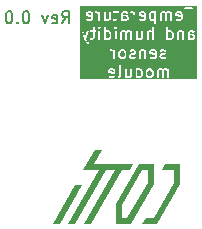
<source format=gbr>
%TF.GenerationSoftware,KiCad,Pcbnew,9.0.6-9.0.6~ubuntu24.04.1*%
%TF.CreationDate,2026-01-18T16:07:11-03:00*%
%TF.ProjectId,cotti_temp_humid_sensor,636f7474-695f-4746-956d-705f68756d69,0.0*%
%TF.SameCoordinates,Original*%
%TF.FileFunction,Legend,Bot*%
%TF.FilePolarity,Positive*%
%FSLAX46Y46*%
G04 Gerber Fmt 4.6, Leading zero omitted, Abs format (unit mm)*
G04 Created by KiCad (PCBNEW 9.0.6-9.0.6~ubuntu24.04.1) date 2026-01-18 16:07:11*
%MOMM*%
%LPD*%
G01*
G04 APERTURE LIST*
%ADD10C,0.150000*%
%ADD11C,0.000000*%
G04 APERTURE END LIST*
D10*
X133457792Y-85721819D02*
X133791125Y-85245628D01*
X134029220Y-85721819D02*
X134029220Y-84721819D01*
X134029220Y-84721819D02*
X133648268Y-84721819D01*
X133648268Y-84721819D02*
X133553030Y-84769438D01*
X133553030Y-84769438D02*
X133505411Y-84817057D01*
X133505411Y-84817057D02*
X133457792Y-84912295D01*
X133457792Y-84912295D02*
X133457792Y-85055152D01*
X133457792Y-85055152D02*
X133505411Y-85150390D01*
X133505411Y-85150390D02*
X133553030Y-85198009D01*
X133553030Y-85198009D02*
X133648268Y-85245628D01*
X133648268Y-85245628D02*
X134029220Y-85245628D01*
X132648268Y-85674200D02*
X132743506Y-85721819D01*
X132743506Y-85721819D02*
X132933982Y-85721819D01*
X132933982Y-85721819D02*
X133029220Y-85674200D01*
X133029220Y-85674200D02*
X133076839Y-85578961D01*
X133076839Y-85578961D02*
X133076839Y-85198009D01*
X133076839Y-85198009D02*
X133029220Y-85102771D01*
X133029220Y-85102771D02*
X132933982Y-85055152D01*
X132933982Y-85055152D02*
X132743506Y-85055152D01*
X132743506Y-85055152D02*
X132648268Y-85102771D01*
X132648268Y-85102771D02*
X132600649Y-85198009D01*
X132600649Y-85198009D02*
X132600649Y-85293247D01*
X132600649Y-85293247D02*
X133076839Y-85388485D01*
X132267315Y-85055152D02*
X132029220Y-85721819D01*
X132029220Y-85721819D02*
X131791125Y-85055152D01*
X130457791Y-84721819D02*
X130362553Y-84721819D01*
X130362553Y-84721819D02*
X130267315Y-84769438D01*
X130267315Y-84769438D02*
X130219696Y-84817057D01*
X130219696Y-84817057D02*
X130172077Y-84912295D01*
X130172077Y-84912295D02*
X130124458Y-85102771D01*
X130124458Y-85102771D02*
X130124458Y-85340866D01*
X130124458Y-85340866D02*
X130172077Y-85531342D01*
X130172077Y-85531342D02*
X130219696Y-85626580D01*
X130219696Y-85626580D02*
X130267315Y-85674200D01*
X130267315Y-85674200D02*
X130362553Y-85721819D01*
X130362553Y-85721819D02*
X130457791Y-85721819D01*
X130457791Y-85721819D02*
X130553029Y-85674200D01*
X130553029Y-85674200D02*
X130600648Y-85626580D01*
X130600648Y-85626580D02*
X130648267Y-85531342D01*
X130648267Y-85531342D02*
X130695886Y-85340866D01*
X130695886Y-85340866D02*
X130695886Y-85102771D01*
X130695886Y-85102771D02*
X130648267Y-84912295D01*
X130648267Y-84912295D02*
X130600648Y-84817057D01*
X130600648Y-84817057D02*
X130553029Y-84769438D01*
X130553029Y-84769438D02*
X130457791Y-84721819D01*
X129695886Y-85626580D02*
X129648267Y-85674200D01*
X129648267Y-85674200D02*
X129695886Y-85721819D01*
X129695886Y-85721819D02*
X129743505Y-85674200D01*
X129743505Y-85674200D02*
X129695886Y-85626580D01*
X129695886Y-85626580D02*
X129695886Y-85721819D01*
X129029220Y-84721819D02*
X128933982Y-84721819D01*
X128933982Y-84721819D02*
X128838744Y-84769438D01*
X128838744Y-84769438D02*
X128791125Y-84817057D01*
X128791125Y-84817057D02*
X128743506Y-84912295D01*
X128743506Y-84912295D02*
X128695887Y-85102771D01*
X128695887Y-85102771D02*
X128695887Y-85340866D01*
X128695887Y-85340866D02*
X128743506Y-85531342D01*
X128743506Y-85531342D02*
X128791125Y-85626580D01*
X128791125Y-85626580D02*
X128838744Y-85674200D01*
X128838744Y-85674200D02*
X128933982Y-85721819D01*
X128933982Y-85721819D02*
X129029220Y-85721819D01*
X129029220Y-85721819D02*
X129124458Y-85674200D01*
X129124458Y-85674200D02*
X129172077Y-85626580D01*
X129172077Y-85626580D02*
X129219696Y-85531342D01*
X129219696Y-85531342D02*
X129267315Y-85340866D01*
X129267315Y-85340866D02*
X129267315Y-85102771D01*
X129267315Y-85102771D02*
X129219696Y-84912295D01*
X129219696Y-84912295D02*
X129172077Y-84817057D01*
X129172077Y-84817057D02*
X129124458Y-84769438D01*
X129124458Y-84769438D02*
X129029220Y-84721819D01*
G36*
X137802859Y-89730672D02*
G01*
X137831380Y-89787714D01*
X137831380Y-89868999D01*
X137505190Y-89803761D01*
X137505190Y-89787714D01*
X137533710Y-89730672D01*
X137590752Y-89702152D01*
X137745818Y-89702152D01*
X137802859Y-89730672D01*
G37*
G36*
X140100049Y-89736410D02*
G01*
X140130456Y-89766817D01*
X140164714Y-89835333D01*
X140164714Y-90085637D01*
X140130455Y-90154153D01*
X140100048Y-90184561D01*
X140031533Y-90218819D01*
X139876467Y-90218819D01*
X139838524Y-90199847D01*
X139838524Y-89721123D01*
X139876467Y-89702152D01*
X140031533Y-89702152D01*
X140100049Y-89736410D01*
G37*
G36*
X141004811Y-89736410D02*
G01*
X141035218Y-89766817D01*
X141069476Y-89835333D01*
X141069476Y-90085637D01*
X141035217Y-90154153D01*
X141004810Y-90184561D01*
X140936295Y-90218819D01*
X140828848Y-90218819D01*
X140760332Y-90184561D01*
X140729925Y-90154153D01*
X140695667Y-90085637D01*
X140695667Y-89835333D01*
X140729925Y-89766817D01*
X140760332Y-89736410D01*
X140828848Y-89702152D01*
X140936295Y-89702152D01*
X141004811Y-89736410D01*
G37*
G36*
X138695286Y-88126466D02*
G01*
X138725693Y-88156873D01*
X138759951Y-88225389D01*
X138759951Y-88475693D01*
X138725692Y-88544209D01*
X138695285Y-88574617D01*
X138626770Y-88608875D01*
X138519323Y-88608875D01*
X138450807Y-88574617D01*
X138420400Y-88544209D01*
X138386142Y-88475693D01*
X138386142Y-88225389D01*
X138420400Y-88156873D01*
X138450807Y-88126466D01*
X138519323Y-88092208D01*
X138626770Y-88092208D01*
X138695286Y-88126466D01*
G37*
G36*
X141302859Y-88120728D02*
G01*
X141331380Y-88177770D01*
X141331380Y-88259055D01*
X141005190Y-88193817D01*
X141005190Y-88177770D01*
X141033710Y-88120728D01*
X141090752Y-88092208D01*
X141245818Y-88092208D01*
X141302859Y-88120728D01*
G37*
G36*
X137433382Y-86516522D02*
G01*
X137463789Y-86546929D01*
X137498047Y-86615445D01*
X137498047Y-86865749D01*
X137463788Y-86934265D01*
X137433381Y-86964673D01*
X137364866Y-86998931D01*
X137209800Y-86998931D01*
X137171857Y-86979959D01*
X137171857Y-86501235D01*
X137209800Y-86482264D01*
X137364866Y-86482264D01*
X137433382Y-86516522D01*
G37*
G36*
X142719096Y-86516522D02*
G01*
X142749503Y-86546929D01*
X142783761Y-86615445D01*
X142783761Y-86865749D01*
X142749502Y-86934265D01*
X142719095Y-86964673D01*
X142650580Y-86998931D01*
X142495514Y-86998931D01*
X142457571Y-86979959D01*
X142457571Y-86501235D01*
X142495514Y-86482264D01*
X142650580Y-86482264D01*
X142719096Y-86516522D01*
G37*
G36*
X144267523Y-86765315D02*
G01*
X144270212Y-86765506D01*
X144272701Y-86766537D01*
X144287333Y-86767978D01*
X144507723Y-86767978D01*
X144564764Y-86796498D01*
X144593285Y-86853540D01*
X144593285Y-86913368D01*
X144564764Y-86970410D01*
X144507723Y-86998931D01*
X144305038Y-86998931D01*
X144267095Y-86979959D01*
X144267095Y-86765151D01*
X144267523Y-86765315D01*
G37*
G36*
X141283762Y-84891291D02*
G01*
X141283762Y-85370015D01*
X141245819Y-85388987D01*
X141090753Y-85388987D01*
X141022237Y-85354729D01*
X140991830Y-85324321D01*
X140957572Y-85255805D01*
X140957572Y-85005501D01*
X140991830Y-84936985D01*
X141022237Y-84906578D01*
X141090753Y-84872320D01*
X141245819Y-84872320D01*
X141283762Y-84891291D01*
G37*
G36*
X135921906Y-84900840D02*
G01*
X135950427Y-84957882D01*
X135950427Y-85039167D01*
X135624237Y-84973929D01*
X135624237Y-84957882D01*
X135652757Y-84900840D01*
X135709799Y-84872320D01*
X135864865Y-84872320D01*
X135921906Y-84900840D01*
G37*
G36*
X138624666Y-85155371D02*
G01*
X138627355Y-85155562D01*
X138629844Y-85156593D01*
X138644476Y-85158034D01*
X138864866Y-85158034D01*
X138921907Y-85186554D01*
X138950428Y-85243596D01*
X138950428Y-85303424D01*
X138921907Y-85360466D01*
X138864866Y-85388987D01*
X138662181Y-85388987D01*
X138624238Y-85370015D01*
X138624238Y-85155207D01*
X138624666Y-85155371D01*
G37*
G36*
X140398098Y-84900840D02*
G01*
X140426619Y-84957882D01*
X140426619Y-85039167D01*
X140100429Y-84973929D01*
X140100429Y-84957882D01*
X140128949Y-84900840D01*
X140185991Y-84872320D01*
X140341057Y-84872320D01*
X140398098Y-84900840D01*
G37*
G36*
X143493336Y-84900840D02*
G01*
X143521857Y-84957882D01*
X143521857Y-85039167D01*
X143195667Y-84973929D01*
X143195667Y-84957882D01*
X143224187Y-84900840D01*
X143281229Y-84872320D01*
X143436295Y-84872320D01*
X143493336Y-84900840D01*
G37*
G36*
X144854396Y-90479930D02*
G01*
X135006789Y-90479930D01*
X135006789Y-89770009D01*
X137355190Y-89770009D01*
X137355190Y-89865247D01*
X137356631Y-89879879D01*
X137359442Y-89886667D01*
X137360869Y-89893876D01*
X137364988Y-89900055D01*
X137367830Y-89906915D01*
X137373025Y-89912110D01*
X137377101Y-89918224D01*
X137383271Y-89922356D01*
X137388522Y-89927607D01*
X137395310Y-89930418D01*
X137401416Y-89934508D01*
X137415481Y-89938791D01*
X137831380Y-90021969D01*
X137831380Y-90133256D01*
X137802859Y-90190298D01*
X137745818Y-90218819D01*
X137590752Y-90218819D01*
X137511350Y-90179118D01*
X137497618Y-90173863D01*
X137468428Y-90171789D01*
X137440667Y-90181043D01*
X137418559Y-90200216D01*
X137405472Y-90226391D01*
X137403398Y-90255581D01*
X137412652Y-90283342D01*
X137431825Y-90305450D01*
X137444268Y-90313282D01*
X137539506Y-90360901D01*
X137553237Y-90366156D01*
X137555926Y-90366347D01*
X137558415Y-90367378D01*
X137573047Y-90368819D01*
X137763523Y-90368819D01*
X137778155Y-90367378D01*
X137780644Y-90366346D01*
X137783332Y-90366156D01*
X137797064Y-90360901D01*
X137892302Y-90313282D01*
X137894749Y-90311741D01*
X137895903Y-90311357D01*
X137897339Y-90310111D01*
X137904745Y-90305450D01*
X137910906Y-90298345D01*
X137918011Y-90292184D01*
X137922672Y-90284778D01*
X137922967Y-90284438D01*
X138165303Y-90284438D01*
X138167377Y-90313628D01*
X138180464Y-90339803D01*
X138202572Y-90358976D01*
X138230333Y-90368230D01*
X138259523Y-90366156D01*
X138273255Y-90360901D01*
X138368493Y-90313282D01*
X138370940Y-90311741D01*
X138372094Y-90311357D01*
X138373530Y-90310111D01*
X138380936Y-90305450D01*
X138387097Y-90298345D01*
X138394202Y-90292184D01*
X138398863Y-90284778D01*
X138400109Y-90283342D01*
X138400493Y-90282188D01*
X138402034Y-90279741D01*
X138449653Y-90184502D01*
X138454908Y-90170770D01*
X138455098Y-90168082D01*
X138456130Y-90165593D01*
X138457571Y-90150961D01*
X138457571Y-89627152D01*
X138783762Y-89627152D01*
X138783762Y-90293819D01*
X138785203Y-90308451D01*
X138796402Y-90335487D01*
X138817094Y-90356179D01*
X138844130Y-90367378D01*
X138873394Y-90367378D01*
X138900430Y-90356179D01*
X138919831Y-90336777D01*
X138968078Y-90360901D01*
X138981809Y-90366156D01*
X138984498Y-90366347D01*
X138986987Y-90367378D01*
X139001619Y-90368819D01*
X139144476Y-90368819D01*
X139159108Y-90367378D01*
X139161597Y-90366346D01*
X139164285Y-90366156D01*
X139178017Y-90360901D01*
X139273255Y-90313282D01*
X139275702Y-90311741D01*
X139276856Y-90311357D01*
X139278292Y-90310111D01*
X139285698Y-90305450D01*
X139291859Y-90298345D01*
X139298964Y-90292184D01*
X139303625Y-90284778D01*
X139304871Y-90283342D01*
X139305255Y-90282188D01*
X139306796Y-90279741D01*
X139354415Y-90184502D01*
X139359670Y-90170770D01*
X139359860Y-90168082D01*
X139360892Y-90165593D01*
X139362333Y-90150961D01*
X139362333Y-89627152D01*
X139360892Y-89612520D01*
X139349693Y-89585484D01*
X139329001Y-89564792D01*
X139301965Y-89553593D01*
X139272701Y-89553593D01*
X139245665Y-89564792D01*
X139224973Y-89585484D01*
X139213774Y-89612520D01*
X139212333Y-89627152D01*
X139212333Y-90133256D01*
X139183812Y-90190298D01*
X139126771Y-90218819D01*
X139019324Y-90218819D01*
X138950808Y-90184561D01*
X138933762Y-90167514D01*
X138933762Y-89627152D01*
X138932321Y-89612520D01*
X138921122Y-89585484D01*
X138900430Y-89564792D01*
X138873394Y-89553593D01*
X138844130Y-89553593D01*
X138817094Y-89564792D01*
X138796402Y-89585484D01*
X138785203Y-89612520D01*
X138783762Y-89627152D01*
X138457571Y-89627152D01*
X138457571Y-89293819D01*
X139688524Y-89293819D01*
X139688524Y-90293819D01*
X139689965Y-90308451D01*
X139701164Y-90335487D01*
X139721856Y-90356179D01*
X139748892Y-90367378D01*
X139778156Y-90367378D01*
X139805192Y-90356179D01*
X139808720Y-90352650D01*
X139825221Y-90360901D01*
X139838952Y-90366156D01*
X139841641Y-90366347D01*
X139844130Y-90367378D01*
X139858762Y-90368819D01*
X140049238Y-90368819D01*
X140063870Y-90367378D01*
X140066359Y-90366346D01*
X140069047Y-90366156D01*
X140082779Y-90360901D01*
X140178017Y-90313282D01*
X140184316Y-90309317D01*
X140186144Y-90308560D01*
X140188200Y-90306872D01*
X140190460Y-90305450D01*
X140191760Y-90303950D01*
X140197510Y-90299232D01*
X140245128Y-90251613D01*
X140249846Y-90245863D01*
X140251345Y-90244564D01*
X140252766Y-90242305D01*
X140254456Y-90240247D01*
X140255213Y-90238417D01*
X140259177Y-90232121D01*
X140306796Y-90136883D01*
X140312051Y-90123152D01*
X140312242Y-90120462D01*
X140313273Y-90117974D01*
X140314714Y-90103342D01*
X140314714Y-89817628D01*
X140545667Y-89817628D01*
X140545667Y-90103342D01*
X140547108Y-90117974D01*
X140548139Y-90120463D01*
X140548330Y-90123151D01*
X140553585Y-90136883D01*
X140601204Y-90232121D01*
X140605167Y-90238417D01*
X140605925Y-90240247D01*
X140607614Y-90242305D01*
X140609036Y-90244564D01*
X140610534Y-90245863D01*
X140615252Y-90251612D01*
X140662871Y-90299232D01*
X140668620Y-90303950D01*
X140669921Y-90305450D01*
X140672180Y-90306872D01*
X140674237Y-90308560D01*
X140676064Y-90309317D01*
X140682364Y-90313282D01*
X140777602Y-90360901D01*
X140791333Y-90366156D01*
X140794022Y-90366347D01*
X140796511Y-90367378D01*
X140811143Y-90368819D01*
X140954000Y-90368819D01*
X140968632Y-90367378D01*
X140971121Y-90366346D01*
X140973809Y-90366156D01*
X140987541Y-90360901D01*
X141082779Y-90313282D01*
X141089078Y-90309317D01*
X141090906Y-90308560D01*
X141092962Y-90306872D01*
X141095222Y-90305450D01*
X141096522Y-90303950D01*
X141102272Y-90299232D01*
X141149890Y-90251613D01*
X141154608Y-90245863D01*
X141156107Y-90244564D01*
X141157528Y-90242305D01*
X141159218Y-90240247D01*
X141159975Y-90238417D01*
X141163939Y-90232121D01*
X141211558Y-90136883D01*
X141216813Y-90123152D01*
X141217004Y-90120462D01*
X141218035Y-90117974D01*
X141219476Y-90103342D01*
X141219476Y-89817628D01*
X141218035Y-89802996D01*
X141217004Y-89800507D01*
X141216813Y-89797818D01*
X141211558Y-89784087D01*
X141204519Y-89770009D01*
X141498047Y-89770009D01*
X141498047Y-90293819D01*
X141499488Y-90308451D01*
X141510687Y-90335487D01*
X141531379Y-90356179D01*
X141558415Y-90367378D01*
X141587679Y-90367378D01*
X141614715Y-90356179D01*
X141635407Y-90335487D01*
X141646606Y-90308451D01*
X141648047Y-90293819D01*
X141648047Y-89787714D01*
X141676567Y-89730672D01*
X141733610Y-89702152D01*
X141841057Y-89702152D01*
X141898098Y-89730672D01*
X141926619Y-89787714D01*
X141926619Y-90293819D01*
X141928060Y-90308451D01*
X141939259Y-90335487D01*
X141959951Y-90356179D01*
X141986987Y-90367378D01*
X142016251Y-90367378D01*
X142043287Y-90356179D01*
X142063979Y-90335487D01*
X142075178Y-90308451D01*
X142076619Y-90293819D01*
X142076619Y-89787714D01*
X142105139Y-89730672D01*
X142162181Y-89702152D01*
X142269628Y-89702152D01*
X142338144Y-89736410D01*
X142355190Y-89753456D01*
X142355190Y-90293819D01*
X142356631Y-90308451D01*
X142367830Y-90335487D01*
X142388522Y-90356179D01*
X142415558Y-90367378D01*
X142444822Y-90367378D01*
X142471858Y-90356179D01*
X142492550Y-90335487D01*
X142503749Y-90308451D01*
X142505190Y-90293819D01*
X142505190Y-89627152D01*
X142503749Y-89612520D01*
X142492550Y-89585484D01*
X142471858Y-89564792D01*
X142444822Y-89553593D01*
X142415558Y-89553593D01*
X142388522Y-89564792D01*
X142369120Y-89584193D01*
X142320874Y-89560070D01*
X142307142Y-89554815D01*
X142304454Y-89554624D01*
X142301965Y-89553593D01*
X142287333Y-89552152D01*
X142144476Y-89552152D01*
X142129844Y-89553593D01*
X142127355Y-89554623D01*
X142124666Y-89554815D01*
X142110935Y-89560070D01*
X142015697Y-89607689D01*
X142013249Y-89609229D01*
X142012096Y-89609614D01*
X142010659Y-89610859D01*
X142003254Y-89615521D01*
X142001619Y-89617406D01*
X141999984Y-89615521D01*
X141992578Y-89610859D01*
X141991142Y-89609614D01*
X141989988Y-89609229D01*
X141987541Y-89607689D01*
X141892303Y-89560070D01*
X141878571Y-89554815D01*
X141875883Y-89554624D01*
X141873394Y-89553593D01*
X141858762Y-89552152D01*
X141715905Y-89552152D01*
X141701273Y-89553593D01*
X141698783Y-89554624D01*
X141696096Y-89554815D01*
X141682364Y-89560070D01*
X141587125Y-89607689D01*
X141584677Y-89609229D01*
X141583524Y-89609614D01*
X141582087Y-89610859D01*
X141574682Y-89615521D01*
X141568520Y-89622625D01*
X141561416Y-89628787D01*
X141556754Y-89636192D01*
X141555509Y-89637629D01*
X141555124Y-89638782D01*
X141553584Y-89641230D01*
X141505965Y-89736468D01*
X141500710Y-89750200D01*
X141500519Y-89752887D01*
X141499488Y-89755377D01*
X141498047Y-89770009D01*
X141204519Y-89770009D01*
X141163939Y-89688849D01*
X141159974Y-89682549D01*
X141159217Y-89680722D01*
X141157528Y-89678665D01*
X141156107Y-89676406D01*
X141154608Y-89675106D01*
X141149890Y-89669357D01*
X141102271Y-89621738D01*
X141096521Y-89617019D01*
X141095222Y-89615521D01*
X141092962Y-89614099D01*
X141090906Y-89612411D01*
X141089078Y-89611653D01*
X141082779Y-89607689D01*
X140987541Y-89560070D01*
X140973809Y-89554815D01*
X140971121Y-89554624D01*
X140968632Y-89553593D01*
X140954000Y-89552152D01*
X140811143Y-89552152D01*
X140796511Y-89553593D01*
X140794022Y-89554623D01*
X140791333Y-89554815D01*
X140777602Y-89560070D01*
X140682364Y-89607689D01*
X140676064Y-89611653D01*
X140674237Y-89612411D01*
X140672180Y-89614099D01*
X140669921Y-89615521D01*
X140668621Y-89617019D01*
X140662872Y-89621738D01*
X140615253Y-89669357D01*
X140610534Y-89675106D01*
X140609036Y-89676406D01*
X140607614Y-89678665D01*
X140605926Y-89680722D01*
X140605168Y-89682549D01*
X140601204Y-89688849D01*
X140553585Y-89784087D01*
X140548330Y-89797819D01*
X140548139Y-89800506D01*
X140547108Y-89802996D01*
X140545667Y-89817628D01*
X140314714Y-89817628D01*
X140313273Y-89802996D01*
X140312242Y-89800507D01*
X140312051Y-89797818D01*
X140306796Y-89784087D01*
X140259177Y-89688849D01*
X140255212Y-89682549D01*
X140254455Y-89680722D01*
X140252766Y-89678665D01*
X140251345Y-89676406D01*
X140249846Y-89675106D01*
X140245128Y-89669357D01*
X140197509Y-89621738D01*
X140191759Y-89617019D01*
X140190460Y-89615521D01*
X140188200Y-89614099D01*
X140186144Y-89612411D01*
X140184316Y-89611653D01*
X140178017Y-89607689D01*
X140082779Y-89560070D01*
X140069047Y-89554815D01*
X140066359Y-89554624D01*
X140063870Y-89553593D01*
X140049238Y-89552152D01*
X139858762Y-89552152D01*
X139844130Y-89553593D01*
X139841641Y-89554623D01*
X139838952Y-89554815D01*
X139838524Y-89554978D01*
X139838524Y-89293819D01*
X139837083Y-89279187D01*
X139825884Y-89252151D01*
X139805192Y-89231459D01*
X139778156Y-89220260D01*
X139748892Y-89220260D01*
X139721856Y-89231459D01*
X139701164Y-89252151D01*
X139689965Y-89279187D01*
X139688524Y-89293819D01*
X138457571Y-89293819D01*
X138456130Y-89279187D01*
X138444931Y-89252151D01*
X138424239Y-89231459D01*
X138397203Y-89220260D01*
X138367939Y-89220260D01*
X138340903Y-89231459D01*
X138320211Y-89252151D01*
X138309012Y-89279187D01*
X138307571Y-89293819D01*
X138307571Y-90133256D01*
X138279050Y-90190298D01*
X138206173Y-90226737D01*
X138193730Y-90234569D01*
X138174557Y-90256677D01*
X138165303Y-90284438D01*
X137922967Y-90284438D01*
X137923918Y-90283342D01*
X137924302Y-90282188D01*
X137925843Y-90279741D01*
X137973462Y-90184502D01*
X137978717Y-90170770D01*
X137978907Y-90168082D01*
X137979939Y-90165593D01*
X137981380Y-90150961D01*
X137981380Y-89770009D01*
X137979939Y-89755377D01*
X137978908Y-89752888D01*
X137978717Y-89750199D01*
X137973462Y-89736468D01*
X137925843Y-89641230D01*
X137924302Y-89638782D01*
X137923918Y-89637629D01*
X137922672Y-89636192D01*
X137918011Y-89628787D01*
X137910906Y-89622625D01*
X137904745Y-89615521D01*
X137897339Y-89610859D01*
X137895903Y-89609614D01*
X137894749Y-89609229D01*
X137892302Y-89607689D01*
X137797064Y-89560070D01*
X137783332Y-89554815D01*
X137780644Y-89554624D01*
X137778155Y-89553593D01*
X137763523Y-89552152D01*
X137573047Y-89552152D01*
X137558415Y-89553593D01*
X137555926Y-89554623D01*
X137553237Y-89554815D01*
X137539506Y-89560070D01*
X137444268Y-89607689D01*
X137441820Y-89609229D01*
X137440667Y-89609614D01*
X137439230Y-89610859D01*
X137431825Y-89615521D01*
X137425663Y-89622625D01*
X137418559Y-89628787D01*
X137413897Y-89636192D01*
X137412652Y-89637629D01*
X137412267Y-89638782D01*
X137410727Y-89641230D01*
X137363108Y-89736468D01*
X137357853Y-89750200D01*
X137357662Y-89752887D01*
X137356631Y-89755377D01*
X137355190Y-89770009D01*
X135006789Y-89770009D01*
X135006789Y-88002576D01*
X137523297Y-88002576D01*
X137523297Y-88031840D01*
X137534496Y-88058876D01*
X137555188Y-88079568D01*
X137582224Y-88090767D01*
X137596856Y-88092208D01*
X137674389Y-88092208D01*
X137742905Y-88126466D01*
X137773312Y-88156873D01*
X137807570Y-88225389D01*
X137807570Y-88683875D01*
X137809011Y-88698507D01*
X137820210Y-88725543D01*
X137840902Y-88746235D01*
X137867938Y-88757434D01*
X137897202Y-88757434D01*
X137924238Y-88746235D01*
X137944930Y-88725543D01*
X137956129Y-88698507D01*
X137957570Y-88683875D01*
X137957570Y-88207684D01*
X138236142Y-88207684D01*
X138236142Y-88493398D01*
X138237583Y-88508030D01*
X138238614Y-88510519D01*
X138238805Y-88513207D01*
X138244060Y-88526939D01*
X138291679Y-88622177D01*
X138295642Y-88628473D01*
X138296400Y-88630303D01*
X138298089Y-88632361D01*
X138299511Y-88634620D01*
X138301009Y-88635919D01*
X138305727Y-88641668D01*
X138353346Y-88689288D01*
X138359095Y-88694006D01*
X138360396Y-88695506D01*
X138362655Y-88696928D01*
X138364712Y-88698616D01*
X138366539Y-88699373D01*
X138372839Y-88703338D01*
X138468077Y-88750957D01*
X138481808Y-88756212D01*
X138484497Y-88756403D01*
X138486986Y-88757434D01*
X138501618Y-88758875D01*
X138644475Y-88758875D01*
X138659107Y-88757434D01*
X138661596Y-88756402D01*
X138664284Y-88756212D01*
X138678016Y-88750957D01*
X138773254Y-88703338D01*
X138779553Y-88699373D01*
X138781381Y-88698616D01*
X138783437Y-88696928D01*
X138785697Y-88695506D01*
X138786997Y-88694006D01*
X138792747Y-88689288D01*
X138840365Y-88641669D01*
X138845083Y-88635919D01*
X138846582Y-88634620D01*
X138848003Y-88632361D01*
X138849693Y-88630303D01*
X138850450Y-88628473D01*
X138854414Y-88622177D01*
X138902033Y-88526939D01*
X138907288Y-88513208D01*
X138907479Y-88510518D01*
X138908510Y-88508030D01*
X138909951Y-88493398D01*
X139140904Y-88493398D01*
X139140904Y-88541017D01*
X139142345Y-88555649D01*
X139143376Y-88558138D01*
X139143567Y-88560826D01*
X139148822Y-88574558D01*
X139196441Y-88669797D01*
X139197981Y-88672243D01*
X139198366Y-88673398D01*
X139199612Y-88674835D01*
X139204273Y-88682239D01*
X139211375Y-88688398D01*
X139217539Y-88695506D01*
X139224944Y-88700167D01*
X139226381Y-88701413D01*
X139227534Y-88701797D01*
X139229982Y-88703338D01*
X139325220Y-88750957D01*
X139338951Y-88756212D01*
X139341640Y-88756403D01*
X139344129Y-88757434D01*
X139358761Y-88758875D01*
X139549237Y-88758875D01*
X139563869Y-88757434D01*
X139566358Y-88756402D01*
X139569046Y-88756212D01*
X139582778Y-88750957D01*
X139678016Y-88703338D01*
X139690459Y-88695506D01*
X139709632Y-88673398D01*
X139718886Y-88645637D01*
X139716812Y-88616447D01*
X139703724Y-88590272D01*
X139681617Y-88571099D01*
X139653855Y-88561845D01*
X139624665Y-88563919D01*
X139610934Y-88569174D01*
X139531532Y-88608875D01*
X139376466Y-88608875D01*
X139319424Y-88580354D01*
X139290904Y-88523312D01*
X139290904Y-88511103D01*
X139319424Y-88454061D01*
X139376466Y-88425541D01*
X139501618Y-88425541D01*
X139516250Y-88424100D01*
X139518739Y-88423068D01*
X139521427Y-88422878D01*
X139535159Y-88417623D01*
X139630397Y-88370004D01*
X139632844Y-88368463D01*
X139633998Y-88368079D01*
X139635434Y-88366833D01*
X139642840Y-88362172D01*
X139649001Y-88355067D01*
X139656106Y-88348906D01*
X139660767Y-88341500D01*
X139662013Y-88340064D01*
X139662397Y-88338910D01*
X139663938Y-88336463D01*
X139711557Y-88241225D01*
X139716812Y-88227494D01*
X139717003Y-88224804D01*
X139718034Y-88222316D01*
X139719475Y-88207684D01*
X139719475Y-88160065D01*
X139998047Y-88160065D01*
X139998047Y-88683875D01*
X139999488Y-88698507D01*
X140010687Y-88725543D01*
X140031379Y-88746235D01*
X140058415Y-88757434D01*
X140087679Y-88757434D01*
X140114715Y-88746235D01*
X140135407Y-88725543D01*
X140146606Y-88698507D01*
X140148047Y-88683875D01*
X140148047Y-88177770D01*
X140176567Y-88120728D01*
X140233609Y-88092208D01*
X140341056Y-88092208D01*
X140409572Y-88126466D01*
X140426618Y-88143512D01*
X140426618Y-88683875D01*
X140428059Y-88698507D01*
X140439258Y-88725543D01*
X140459950Y-88746235D01*
X140486986Y-88757434D01*
X140516250Y-88757434D01*
X140543286Y-88746235D01*
X140563978Y-88725543D01*
X140575177Y-88698507D01*
X140576618Y-88683875D01*
X140576618Y-88160065D01*
X140855190Y-88160065D01*
X140855190Y-88255303D01*
X140856631Y-88269935D01*
X140859442Y-88276723D01*
X140860869Y-88283932D01*
X140864988Y-88290111D01*
X140867830Y-88296971D01*
X140873025Y-88302166D01*
X140877101Y-88308280D01*
X140883271Y-88312412D01*
X140888522Y-88317663D01*
X140895310Y-88320474D01*
X140901416Y-88324564D01*
X140915481Y-88328847D01*
X141331380Y-88412025D01*
X141331380Y-88523312D01*
X141302859Y-88580354D01*
X141245818Y-88608875D01*
X141090752Y-88608875D01*
X141011350Y-88569174D01*
X140997618Y-88563919D01*
X140968428Y-88561845D01*
X140940667Y-88571099D01*
X140918559Y-88590272D01*
X140905472Y-88616447D01*
X140903398Y-88645637D01*
X140912652Y-88673398D01*
X140931825Y-88695506D01*
X140944268Y-88703338D01*
X141039506Y-88750957D01*
X141053237Y-88756212D01*
X141055926Y-88756403D01*
X141058415Y-88757434D01*
X141073047Y-88758875D01*
X141263523Y-88758875D01*
X141278155Y-88757434D01*
X141280644Y-88756402D01*
X141283332Y-88756212D01*
X141297064Y-88750957D01*
X141392302Y-88703338D01*
X141394749Y-88701797D01*
X141395903Y-88701413D01*
X141397339Y-88700167D01*
X141404745Y-88695506D01*
X141410906Y-88688401D01*
X141418011Y-88682240D01*
X141422672Y-88674834D01*
X141423918Y-88673398D01*
X141424302Y-88672244D01*
X141425843Y-88669797D01*
X141473462Y-88574558D01*
X141478717Y-88560826D01*
X141478907Y-88558138D01*
X141479939Y-88555649D01*
X141481380Y-88541017D01*
X141481380Y-88493398D01*
X141712333Y-88493398D01*
X141712333Y-88541017D01*
X141713774Y-88555649D01*
X141714805Y-88558138D01*
X141714996Y-88560826D01*
X141720251Y-88574558D01*
X141767870Y-88669797D01*
X141769410Y-88672243D01*
X141769795Y-88673398D01*
X141771041Y-88674835D01*
X141775702Y-88682239D01*
X141782804Y-88688398D01*
X141788968Y-88695506D01*
X141796373Y-88700167D01*
X141797810Y-88701413D01*
X141798963Y-88701797D01*
X141801411Y-88703338D01*
X141896649Y-88750957D01*
X141910380Y-88756212D01*
X141913069Y-88756403D01*
X141915558Y-88757434D01*
X141930190Y-88758875D01*
X142120666Y-88758875D01*
X142135298Y-88757434D01*
X142137787Y-88756402D01*
X142140475Y-88756212D01*
X142154207Y-88750957D01*
X142249445Y-88703338D01*
X142261888Y-88695506D01*
X142281061Y-88673398D01*
X142290315Y-88645637D01*
X142288241Y-88616447D01*
X142275153Y-88590272D01*
X142253046Y-88571099D01*
X142225284Y-88561845D01*
X142196094Y-88563919D01*
X142182363Y-88569174D01*
X142102961Y-88608875D01*
X141947895Y-88608875D01*
X141890853Y-88580354D01*
X141862333Y-88523312D01*
X141862333Y-88511103D01*
X141890853Y-88454061D01*
X141947895Y-88425541D01*
X142073047Y-88425541D01*
X142087679Y-88424100D01*
X142090168Y-88423068D01*
X142092856Y-88422878D01*
X142106588Y-88417623D01*
X142201826Y-88370004D01*
X142204273Y-88368463D01*
X142205427Y-88368079D01*
X142206863Y-88366833D01*
X142214269Y-88362172D01*
X142220430Y-88355067D01*
X142227535Y-88348906D01*
X142232196Y-88341500D01*
X142233442Y-88340064D01*
X142233826Y-88338910D01*
X142235367Y-88336463D01*
X142282986Y-88241225D01*
X142288241Y-88227494D01*
X142288432Y-88224804D01*
X142289463Y-88222316D01*
X142290904Y-88207684D01*
X142290904Y-88160065D01*
X142289463Y-88145433D01*
X142288432Y-88142944D01*
X142288241Y-88140255D01*
X142282986Y-88126524D01*
X142235367Y-88031286D01*
X142233826Y-88028838D01*
X142233442Y-88027685D01*
X142232196Y-88026248D01*
X142227535Y-88018843D01*
X142220430Y-88012681D01*
X142214269Y-88005577D01*
X142206863Y-88000915D01*
X142205427Y-87999670D01*
X142204273Y-87999285D01*
X142201826Y-87997745D01*
X142106588Y-87950126D01*
X142092856Y-87944871D01*
X142090168Y-87944680D01*
X142087679Y-87943649D01*
X142073047Y-87942208D01*
X141930190Y-87942208D01*
X141915558Y-87943649D01*
X141913069Y-87944679D01*
X141910380Y-87944871D01*
X141896649Y-87950126D01*
X141801411Y-87997745D01*
X141788968Y-88005577D01*
X141769795Y-88027685D01*
X141760541Y-88055446D01*
X141762615Y-88084636D01*
X141775702Y-88110811D01*
X141797810Y-88129984D01*
X141825571Y-88139238D01*
X141854761Y-88137164D01*
X141868493Y-88131909D01*
X141947895Y-88092208D01*
X142055342Y-88092208D01*
X142112383Y-88120728D01*
X142140904Y-88177770D01*
X142140904Y-88189979D01*
X142112383Y-88247020D01*
X142055342Y-88275541D01*
X141930190Y-88275541D01*
X141915558Y-88276982D01*
X141913069Y-88278012D01*
X141910380Y-88278204D01*
X141896649Y-88283459D01*
X141801411Y-88331078D01*
X141798963Y-88332618D01*
X141797810Y-88333003D01*
X141796373Y-88334248D01*
X141788968Y-88338910D01*
X141782806Y-88346014D01*
X141775702Y-88352176D01*
X141771040Y-88359581D01*
X141769795Y-88361018D01*
X141769410Y-88362171D01*
X141767870Y-88364619D01*
X141720251Y-88459857D01*
X141714996Y-88473589D01*
X141714805Y-88476276D01*
X141713774Y-88478766D01*
X141712333Y-88493398D01*
X141481380Y-88493398D01*
X141481380Y-88160065D01*
X141479939Y-88145433D01*
X141478908Y-88142944D01*
X141478717Y-88140255D01*
X141473462Y-88126524D01*
X141425843Y-88031286D01*
X141424302Y-88028838D01*
X141423918Y-88027685D01*
X141422672Y-88026248D01*
X141418011Y-88018843D01*
X141410906Y-88012681D01*
X141404745Y-88005577D01*
X141397339Y-88000915D01*
X141395903Y-87999670D01*
X141394749Y-87999285D01*
X141392302Y-87997745D01*
X141297064Y-87950126D01*
X141283332Y-87944871D01*
X141280644Y-87944680D01*
X141278155Y-87943649D01*
X141263523Y-87942208D01*
X141073047Y-87942208D01*
X141058415Y-87943649D01*
X141055926Y-87944679D01*
X141053237Y-87944871D01*
X141039506Y-87950126D01*
X140944268Y-87997745D01*
X140941820Y-87999285D01*
X140940667Y-87999670D01*
X140939230Y-88000915D01*
X140931825Y-88005577D01*
X140925663Y-88012681D01*
X140918559Y-88018843D01*
X140913897Y-88026248D01*
X140912652Y-88027685D01*
X140912267Y-88028838D01*
X140910727Y-88031286D01*
X140863108Y-88126524D01*
X140857853Y-88140256D01*
X140857662Y-88142943D01*
X140856631Y-88145433D01*
X140855190Y-88160065D01*
X140576618Y-88160065D01*
X140576618Y-88017208D01*
X140575177Y-88002576D01*
X140563978Y-87975540D01*
X140543286Y-87954848D01*
X140516250Y-87943649D01*
X140486986Y-87943649D01*
X140459950Y-87954848D01*
X140440548Y-87974249D01*
X140392302Y-87950126D01*
X140378570Y-87944871D01*
X140375882Y-87944680D01*
X140373393Y-87943649D01*
X140358761Y-87942208D01*
X140215904Y-87942208D01*
X140201272Y-87943649D01*
X140198783Y-87944679D01*
X140196094Y-87944871D01*
X140182363Y-87950126D01*
X140087125Y-87997745D01*
X140084677Y-87999285D01*
X140083524Y-87999670D01*
X140082087Y-88000915D01*
X140074682Y-88005577D01*
X140068520Y-88012681D01*
X140061416Y-88018843D01*
X140056754Y-88026248D01*
X140055509Y-88027685D01*
X140055124Y-88028838D01*
X140053584Y-88031286D01*
X140005965Y-88126524D01*
X140000710Y-88140256D01*
X140000519Y-88142943D01*
X139999488Y-88145433D01*
X139998047Y-88160065D01*
X139719475Y-88160065D01*
X139718034Y-88145433D01*
X139717003Y-88142944D01*
X139716812Y-88140255D01*
X139711557Y-88126524D01*
X139663938Y-88031286D01*
X139662397Y-88028838D01*
X139662013Y-88027685D01*
X139660767Y-88026248D01*
X139656106Y-88018843D01*
X139649001Y-88012681D01*
X139642840Y-88005577D01*
X139635434Y-88000915D01*
X139633998Y-87999670D01*
X139632844Y-87999285D01*
X139630397Y-87997745D01*
X139535159Y-87950126D01*
X139521427Y-87944871D01*
X139518739Y-87944680D01*
X139516250Y-87943649D01*
X139501618Y-87942208D01*
X139358761Y-87942208D01*
X139344129Y-87943649D01*
X139341640Y-87944679D01*
X139338951Y-87944871D01*
X139325220Y-87950126D01*
X139229982Y-87997745D01*
X139217539Y-88005577D01*
X139198366Y-88027685D01*
X139189112Y-88055446D01*
X139191186Y-88084636D01*
X139204273Y-88110811D01*
X139226381Y-88129984D01*
X139254142Y-88139238D01*
X139283332Y-88137164D01*
X139297064Y-88131909D01*
X139376466Y-88092208D01*
X139483913Y-88092208D01*
X139540954Y-88120728D01*
X139569475Y-88177770D01*
X139569475Y-88189979D01*
X139540954Y-88247020D01*
X139483913Y-88275541D01*
X139358761Y-88275541D01*
X139344129Y-88276982D01*
X139341640Y-88278012D01*
X139338951Y-88278204D01*
X139325220Y-88283459D01*
X139229982Y-88331078D01*
X139227534Y-88332618D01*
X139226381Y-88333003D01*
X139224944Y-88334248D01*
X139217539Y-88338910D01*
X139211377Y-88346014D01*
X139204273Y-88352176D01*
X139199611Y-88359581D01*
X139198366Y-88361018D01*
X139197981Y-88362171D01*
X139196441Y-88364619D01*
X139148822Y-88459857D01*
X139143567Y-88473589D01*
X139143376Y-88476276D01*
X139142345Y-88478766D01*
X139140904Y-88493398D01*
X138909951Y-88493398D01*
X138909951Y-88207684D01*
X138908510Y-88193052D01*
X138907479Y-88190563D01*
X138907288Y-88187874D01*
X138902033Y-88174143D01*
X138854414Y-88078905D01*
X138850449Y-88072605D01*
X138849692Y-88070778D01*
X138848003Y-88068721D01*
X138846582Y-88066462D01*
X138845083Y-88065162D01*
X138840365Y-88059413D01*
X138792746Y-88011794D01*
X138786996Y-88007075D01*
X138785697Y-88005577D01*
X138783437Y-88004155D01*
X138781381Y-88002467D01*
X138779553Y-88001709D01*
X138773254Y-87997745D01*
X138678016Y-87950126D01*
X138664284Y-87944871D01*
X138661596Y-87944680D01*
X138659107Y-87943649D01*
X138644475Y-87942208D01*
X138501618Y-87942208D01*
X138486986Y-87943649D01*
X138484497Y-87944679D01*
X138481808Y-87944871D01*
X138468077Y-87950126D01*
X138372839Y-87997745D01*
X138366539Y-88001709D01*
X138364712Y-88002467D01*
X138362655Y-88004155D01*
X138360396Y-88005577D01*
X138359096Y-88007075D01*
X138353347Y-88011794D01*
X138305728Y-88059413D01*
X138301009Y-88065162D01*
X138299511Y-88066462D01*
X138298089Y-88068721D01*
X138296401Y-88070778D01*
X138295643Y-88072605D01*
X138291679Y-88078905D01*
X138244060Y-88174143D01*
X138238805Y-88187875D01*
X138238614Y-88190562D01*
X138237583Y-88193052D01*
X138236142Y-88207684D01*
X137957570Y-88207684D01*
X137957570Y-88017208D01*
X137956129Y-88002576D01*
X137944930Y-87975540D01*
X137924238Y-87954848D01*
X137897202Y-87943649D01*
X137867938Y-87943649D01*
X137840902Y-87954848D01*
X137820210Y-87975540D01*
X137812704Y-87993660D01*
X137725635Y-87950126D01*
X137711903Y-87944871D01*
X137709215Y-87944680D01*
X137706726Y-87943649D01*
X137692094Y-87942208D01*
X137596856Y-87942208D01*
X137582224Y-87943649D01*
X137555188Y-87954848D01*
X137534496Y-87975540D01*
X137523297Y-88002576D01*
X135006789Y-88002576D01*
X135006789Y-86418225D01*
X135117900Y-86418225D01*
X135121464Y-86432489D01*
X135359559Y-87099156D01*
X135360161Y-87100431D01*
X135360554Y-87101785D01*
X135455792Y-87339880D01*
X135462564Y-87352930D01*
X135462889Y-87353263D01*
X135463068Y-87353694D01*
X135472395Y-87365059D01*
X135520014Y-87412678D01*
X135525763Y-87417396D01*
X135527063Y-87418895D01*
X135529322Y-87420316D01*
X135531379Y-87422005D01*
X135533206Y-87422762D01*
X135539506Y-87426727D01*
X135634744Y-87474346D01*
X135648475Y-87479601D01*
X135677665Y-87481675D01*
X135705427Y-87472421D01*
X135727534Y-87453248D01*
X135740622Y-87427073D01*
X135742696Y-87397883D01*
X135733442Y-87370122D01*
X135714269Y-87348014D01*
X135701826Y-87340182D01*
X135617474Y-87298006D01*
X135589346Y-87269878D01*
X135510366Y-87072428D01*
X135738916Y-86432489D01*
X135742480Y-86418225D01*
X135741207Y-86392632D01*
X135832822Y-86392632D01*
X135832822Y-86421896D01*
X135844021Y-86448932D01*
X135864713Y-86469624D01*
X135891749Y-86480823D01*
X135906381Y-86482264D01*
X136069476Y-86482264D01*
X136069476Y-86913368D01*
X136040955Y-86970410D01*
X135983914Y-86998931D01*
X135906381Y-86998931D01*
X135891749Y-87000372D01*
X135864713Y-87011571D01*
X135844021Y-87032263D01*
X135832822Y-87059299D01*
X135832822Y-87088563D01*
X135844021Y-87115599D01*
X135864713Y-87136291D01*
X135891749Y-87147490D01*
X135906381Y-87148931D01*
X136001619Y-87148931D01*
X136016251Y-87147490D01*
X136018740Y-87146458D01*
X136021428Y-87146268D01*
X136035160Y-87141013D01*
X136130398Y-87093394D01*
X136132845Y-87091853D01*
X136133999Y-87091469D01*
X136135435Y-87090223D01*
X136142841Y-87085562D01*
X136149002Y-87078457D01*
X136156107Y-87072296D01*
X136160768Y-87064890D01*
X136162014Y-87063454D01*
X136162398Y-87062300D01*
X136163939Y-87059853D01*
X136211558Y-86964614D01*
X136216813Y-86950882D01*
X136217003Y-86948194D01*
X136218035Y-86945705D01*
X136219476Y-86931073D01*
X136219476Y-86482264D01*
X136287333Y-86482264D01*
X136301965Y-86480823D01*
X136329001Y-86469624D01*
X136349693Y-86448932D01*
X136360892Y-86421896D01*
X136360892Y-86407264D01*
X136545666Y-86407264D01*
X136545666Y-87073931D01*
X136547107Y-87088563D01*
X136558306Y-87115599D01*
X136578998Y-87136291D01*
X136606034Y-87147490D01*
X136635298Y-87147490D01*
X136662334Y-87136291D01*
X136683026Y-87115599D01*
X136694225Y-87088563D01*
X136695666Y-87073931D01*
X136695666Y-86407264D01*
X136694225Y-86392632D01*
X136683026Y-86365596D01*
X136662334Y-86344904D01*
X136635298Y-86333705D01*
X136606034Y-86333705D01*
X136578998Y-86344904D01*
X136558306Y-86365596D01*
X136547107Y-86392632D01*
X136545666Y-86407264D01*
X136360892Y-86407264D01*
X136360892Y-86392632D01*
X136349693Y-86365596D01*
X136329001Y-86344904D01*
X136301965Y-86333705D01*
X136287333Y-86332264D01*
X136219476Y-86332264D01*
X136219476Y-86106919D01*
X136499488Y-86106919D01*
X136499488Y-86136181D01*
X136510687Y-86163218D01*
X136520014Y-86174583D01*
X136567633Y-86222202D01*
X136578998Y-86231529D01*
X136606034Y-86242728D01*
X136606035Y-86242728D01*
X136635297Y-86242728D01*
X136635298Y-86242728D01*
X136662334Y-86231529D01*
X136673699Y-86222202D01*
X136721318Y-86174583D01*
X136730645Y-86163218D01*
X136741844Y-86136182D01*
X136741844Y-86106919D01*
X136734241Y-86088563D01*
X136730645Y-86079882D01*
X136725761Y-86073931D01*
X137021857Y-86073931D01*
X137021857Y-87073931D01*
X137023298Y-87088563D01*
X137034497Y-87115599D01*
X137055189Y-87136291D01*
X137082225Y-87147490D01*
X137111489Y-87147490D01*
X137138525Y-87136291D01*
X137142053Y-87132762D01*
X137158554Y-87141013D01*
X137172285Y-87146268D01*
X137174974Y-87146459D01*
X137177463Y-87147490D01*
X137192095Y-87148931D01*
X137382571Y-87148931D01*
X137397203Y-87147490D01*
X137399692Y-87146458D01*
X137402380Y-87146268D01*
X137416112Y-87141013D01*
X137511350Y-87093394D01*
X137517649Y-87089429D01*
X137519477Y-87088672D01*
X137521533Y-87086984D01*
X137523793Y-87085562D01*
X137525093Y-87084062D01*
X137530843Y-87079344D01*
X137578461Y-87031725D01*
X137583179Y-87025975D01*
X137584678Y-87024676D01*
X137586099Y-87022417D01*
X137587789Y-87020359D01*
X137588546Y-87018529D01*
X137592510Y-87012233D01*
X137640129Y-86916995D01*
X137645384Y-86903264D01*
X137645575Y-86900574D01*
X137646606Y-86898086D01*
X137648047Y-86883454D01*
X137648047Y-86597740D01*
X137646606Y-86583108D01*
X137645575Y-86580619D01*
X137645384Y-86577930D01*
X137640129Y-86564199D01*
X137592510Y-86468961D01*
X137588545Y-86462661D01*
X137587788Y-86460834D01*
X137586099Y-86458777D01*
X137584678Y-86456518D01*
X137583179Y-86455218D01*
X137578461Y-86449469D01*
X137536256Y-86407264D01*
X137926618Y-86407264D01*
X137926618Y-87073931D01*
X137928059Y-87088563D01*
X137939258Y-87115599D01*
X137959950Y-87136291D01*
X137986986Y-87147490D01*
X138016250Y-87147490D01*
X138043286Y-87136291D01*
X138063978Y-87115599D01*
X138075177Y-87088563D01*
X138076618Y-87073931D01*
X138076618Y-86550121D01*
X138402808Y-86550121D01*
X138402808Y-87073931D01*
X138404249Y-87088563D01*
X138415448Y-87115599D01*
X138436140Y-87136291D01*
X138463176Y-87147490D01*
X138492440Y-87147490D01*
X138519476Y-87136291D01*
X138540168Y-87115599D01*
X138551367Y-87088563D01*
X138552808Y-87073931D01*
X138552808Y-86567826D01*
X138581328Y-86510784D01*
X138638371Y-86482264D01*
X138745818Y-86482264D01*
X138802859Y-86510784D01*
X138831380Y-86567826D01*
X138831380Y-87073931D01*
X138832821Y-87088563D01*
X138844020Y-87115599D01*
X138864712Y-87136291D01*
X138891748Y-87147490D01*
X138921012Y-87147490D01*
X138948048Y-87136291D01*
X138968740Y-87115599D01*
X138979939Y-87088563D01*
X138981380Y-87073931D01*
X138981380Y-86567826D01*
X139009900Y-86510784D01*
X139066942Y-86482264D01*
X139174389Y-86482264D01*
X139242905Y-86516522D01*
X139259951Y-86533568D01*
X139259951Y-87073931D01*
X139261392Y-87088563D01*
X139272591Y-87115599D01*
X139293283Y-87136291D01*
X139320319Y-87147490D01*
X139349583Y-87147490D01*
X139376619Y-87136291D01*
X139397311Y-87115599D01*
X139408510Y-87088563D01*
X139409951Y-87073931D01*
X139409951Y-86407264D01*
X139736142Y-86407264D01*
X139736142Y-87073931D01*
X139737583Y-87088563D01*
X139748782Y-87115599D01*
X139769474Y-87136291D01*
X139796510Y-87147490D01*
X139825774Y-87147490D01*
X139852810Y-87136291D01*
X139872211Y-87116889D01*
X139920458Y-87141013D01*
X139934189Y-87146268D01*
X139936878Y-87146459D01*
X139939367Y-87147490D01*
X139953999Y-87148931D01*
X140096856Y-87148931D01*
X140111488Y-87147490D01*
X140113977Y-87146458D01*
X140116665Y-87146268D01*
X140130397Y-87141013D01*
X140225635Y-87093394D01*
X140228082Y-87091853D01*
X140229236Y-87091469D01*
X140230672Y-87090223D01*
X140238078Y-87085562D01*
X140244239Y-87078457D01*
X140251344Y-87072296D01*
X140256005Y-87064890D01*
X140257251Y-87063454D01*
X140257635Y-87062300D01*
X140259176Y-87059853D01*
X140306795Y-86964614D01*
X140312050Y-86950882D01*
X140312240Y-86948194D01*
X140313272Y-86945705D01*
X140314713Y-86931073D01*
X140314713Y-86550121D01*
X140640904Y-86550121D01*
X140640904Y-87073931D01*
X140642345Y-87088563D01*
X140653544Y-87115599D01*
X140674236Y-87136291D01*
X140701272Y-87147490D01*
X140730536Y-87147490D01*
X140757572Y-87136291D01*
X140778264Y-87115599D01*
X140789463Y-87088563D01*
X140790904Y-87073931D01*
X140790904Y-86567826D01*
X140819424Y-86510784D01*
X140876466Y-86482264D01*
X140983913Y-86482264D01*
X141052429Y-86516522D01*
X141069475Y-86533568D01*
X141069475Y-87073931D01*
X141070916Y-87088563D01*
X141082115Y-87115599D01*
X141102807Y-87136291D01*
X141129843Y-87147490D01*
X141159107Y-87147490D01*
X141186143Y-87136291D01*
X141206835Y-87115599D01*
X141218034Y-87088563D01*
X141219475Y-87073931D01*
X141219475Y-86073931D01*
X142307571Y-86073931D01*
X142307571Y-87073931D01*
X142309012Y-87088563D01*
X142320211Y-87115599D01*
X142340903Y-87136291D01*
X142367939Y-87147490D01*
X142397203Y-87147490D01*
X142424239Y-87136291D01*
X142427767Y-87132762D01*
X142444268Y-87141013D01*
X142457999Y-87146268D01*
X142460688Y-87146459D01*
X142463177Y-87147490D01*
X142477809Y-87148931D01*
X142668285Y-87148931D01*
X142682917Y-87147490D01*
X142685406Y-87146458D01*
X142688094Y-87146268D01*
X142701826Y-87141013D01*
X142797064Y-87093394D01*
X142803363Y-87089429D01*
X142805191Y-87088672D01*
X142807247Y-87086984D01*
X142809507Y-87085562D01*
X142810807Y-87084062D01*
X142816557Y-87079344D01*
X142864175Y-87031725D01*
X142868893Y-87025975D01*
X142870392Y-87024676D01*
X142871813Y-87022417D01*
X142873503Y-87020359D01*
X142874260Y-87018529D01*
X142878224Y-87012233D01*
X142925843Y-86916995D01*
X142931098Y-86903264D01*
X142931289Y-86900574D01*
X142932320Y-86898086D01*
X142933761Y-86883454D01*
X142933761Y-86597740D01*
X142932320Y-86583108D01*
X142931289Y-86580619D01*
X142931098Y-86577930D01*
X142925843Y-86564199D01*
X142918804Y-86550121D01*
X143212333Y-86550121D01*
X143212333Y-87073931D01*
X143213774Y-87088563D01*
X143224973Y-87115599D01*
X143245665Y-87136291D01*
X143272701Y-87147490D01*
X143301965Y-87147490D01*
X143329001Y-87136291D01*
X143349693Y-87115599D01*
X143360892Y-87088563D01*
X143362333Y-87073931D01*
X143362333Y-86567826D01*
X143390853Y-86510784D01*
X143447895Y-86482264D01*
X143555342Y-86482264D01*
X143623858Y-86516522D01*
X143640904Y-86533568D01*
X143640904Y-87073931D01*
X143642345Y-87088563D01*
X143653544Y-87115599D01*
X143674236Y-87136291D01*
X143701272Y-87147490D01*
X143730536Y-87147490D01*
X143757572Y-87136291D01*
X143778264Y-87115599D01*
X143789463Y-87088563D01*
X143790904Y-87073931D01*
X143790904Y-86550121D01*
X144117095Y-86550121D01*
X144117095Y-87073931D01*
X144118536Y-87088563D01*
X144129735Y-87115599D01*
X144150427Y-87136291D01*
X144177463Y-87147490D01*
X144206727Y-87147490D01*
X144233763Y-87136291D01*
X144237291Y-87132762D01*
X144253792Y-87141013D01*
X144267523Y-87146268D01*
X144270212Y-87146459D01*
X144272701Y-87147490D01*
X144287333Y-87148931D01*
X144525428Y-87148931D01*
X144540060Y-87147490D01*
X144542549Y-87146458D01*
X144545237Y-87146268D01*
X144558969Y-87141013D01*
X144654207Y-87093394D01*
X144656654Y-87091853D01*
X144657808Y-87091469D01*
X144659244Y-87090223D01*
X144666650Y-87085562D01*
X144672811Y-87078457D01*
X144679916Y-87072296D01*
X144684577Y-87064890D01*
X144685823Y-87063454D01*
X144686207Y-87062300D01*
X144687748Y-87059853D01*
X144735367Y-86964614D01*
X144740622Y-86950882D01*
X144740812Y-86948194D01*
X144741844Y-86945705D01*
X144743285Y-86931073D01*
X144743285Y-86835835D01*
X144741844Y-86821203D01*
X144740813Y-86818714D01*
X144740622Y-86816025D01*
X144735367Y-86802294D01*
X144687748Y-86707056D01*
X144686207Y-86704608D01*
X144685823Y-86703455D01*
X144684577Y-86702018D01*
X144679916Y-86694613D01*
X144672811Y-86688451D01*
X144666650Y-86681347D01*
X144659244Y-86676685D01*
X144657808Y-86675440D01*
X144656654Y-86675055D01*
X144654207Y-86673515D01*
X144558969Y-86625896D01*
X144545237Y-86620641D01*
X144542549Y-86620450D01*
X144540060Y-86619419D01*
X144525428Y-86617978D01*
X144305038Y-86617978D01*
X144267095Y-86599006D01*
X144267095Y-86567826D01*
X144295615Y-86510784D01*
X144352657Y-86482264D01*
X144507723Y-86482264D01*
X144587125Y-86521965D01*
X144600856Y-86527220D01*
X144630046Y-86529294D01*
X144657808Y-86520040D01*
X144679915Y-86500867D01*
X144693003Y-86474692D01*
X144695077Y-86445502D01*
X144685823Y-86417741D01*
X144666650Y-86395633D01*
X144654207Y-86387801D01*
X144558969Y-86340182D01*
X144545237Y-86334927D01*
X144542549Y-86334736D01*
X144540060Y-86333705D01*
X144525428Y-86332264D01*
X144334952Y-86332264D01*
X144320320Y-86333705D01*
X144317831Y-86334735D01*
X144315142Y-86334927D01*
X144301411Y-86340182D01*
X144206173Y-86387801D01*
X144203725Y-86389341D01*
X144202572Y-86389726D01*
X144201135Y-86390971D01*
X144193730Y-86395633D01*
X144187568Y-86402737D01*
X144180464Y-86408899D01*
X144175802Y-86416304D01*
X144174557Y-86417741D01*
X144174172Y-86418894D01*
X144172632Y-86421342D01*
X144125013Y-86516580D01*
X144119758Y-86530312D01*
X144119567Y-86532999D01*
X144118536Y-86535489D01*
X144117095Y-86550121D01*
X143790904Y-86550121D01*
X143790904Y-86407264D01*
X143789463Y-86392632D01*
X143778264Y-86365596D01*
X143757572Y-86344904D01*
X143730536Y-86333705D01*
X143701272Y-86333705D01*
X143674236Y-86344904D01*
X143654834Y-86364305D01*
X143606588Y-86340182D01*
X143592856Y-86334927D01*
X143590168Y-86334736D01*
X143587679Y-86333705D01*
X143573047Y-86332264D01*
X143430190Y-86332264D01*
X143415558Y-86333705D01*
X143413069Y-86334735D01*
X143410380Y-86334927D01*
X143396649Y-86340182D01*
X143301411Y-86387801D01*
X143298963Y-86389341D01*
X143297810Y-86389726D01*
X143296373Y-86390971D01*
X143288968Y-86395633D01*
X143282806Y-86402737D01*
X143275702Y-86408899D01*
X143271040Y-86416304D01*
X143269795Y-86417741D01*
X143269410Y-86418894D01*
X143267870Y-86421342D01*
X143220251Y-86516580D01*
X143214996Y-86530312D01*
X143214805Y-86532999D01*
X143213774Y-86535489D01*
X143212333Y-86550121D01*
X142918804Y-86550121D01*
X142878224Y-86468961D01*
X142874259Y-86462661D01*
X142873502Y-86460834D01*
X142871813Y-86458777D01*
X142870392Y-86456518D01*
X142868893Y-86455218D01*
X142864175Y-86449469D01*
X142816556Y-86401850D01*
X142810806Y-86397131D01*
X142809507Y-86395633D01*
X142807247Y-86394211D01*
X142805191Y-86392523D01*
X142803363Y-86391765D01*
X142797064Y-86387801D01*
X142701826Y-86340182D01*
X142688094Y-86334927D01*
X142685406Y-86334736D01*
X142682917Y-86333705D01*
X142668285Y-86332264D01*
X142477809Y-86332264D01*
X142463177Y-86333705D01*
X142460688Y-86334735D01*
X142457999Y-86334927D01*
X142457571Y-86335090D01*
X142457571Y-86073931D01*
X142456130Y-86059299D01*
X142444931Y-86032263D01*
X142424239Y-86011571D01*
X142397203Y-86000372D01*
X142367939Y-86000372D01*
X142340903Y-86011571D01*
X142320211Y-86032263D01*
X142309012Y-86059299D01*
X142307571Y-86073931D01*
X141219475Y-86073931D01*
X141218034Y-86059299D01*
X141206835Y-86032263D01*
X141186143Y-86011571D01*
X141159107Y-86000372D01*
X141129843Y-86000372D01*
X141102807Y-86011571D01*
X141082115Y-86032263D01*
X141070916Y-86059299D01*
X141069475Y-86073931D01*
X141069475Y-86357340D01*
X141035159Y-86340182D01*
X141021427Y-86334927D01*
X141018739Y-86334736D01*
X141016250Y-86333705D01*
X141001618Y-86332264D01*
X140858761Y-86332264D01*
X140844129Y-86333705D01*
X140841640Y-86334735D01*
X140838951Y-86334927D01*
X140825220Y-86340182D01*
X140729982Y-86387801D01*
X140727534Y-86389341D01*
X140726381Y-86389726D01*
X140724944Y-86390971D01*
X140717539Y-86395633D01*
X140711377Y-86402737D01*
X140704273Y-86408899D01*
X140699611Y-86416304D01*
X140698366Y-86417741D01*
X140697981Y-86418894D01*
X140696441Y-86421342D01*
X140648822Y-86516580D01*
X140643567Y-86530312D01*
X140643376Y-86532999D01*
X140642345Y-86535489D01*
X140640904Y-86550121D01*
X140314713Y-86550121D01*
X140314713Y-86407264D01*
X140313272Y-86392632D01*
X140302073Y-86365596D01*
X140281381Y-86344904D01*
X140254345Y-86333705D01*
X140225081Y-86333705D01*
X140198045Y-86344904D01*
X140177353Y-86365596D01*
X140166154Y-86392632D01*
X140164713Y-86407264D01*
X140164713Y-86913368D01*
X140136192Y-86970410D01*
X140079151Y-86998931D01*
X139971704Y-86998931D01*
X139903188Y-86964673D01*
X139886142Y-86947626D01*
X139886142Y-86407264D01*
X139884701Y-86392632D01*
X139873502Y-86365596D01*
X139852810Y-86344904D01*
X139825774Y-86333705D01*
X139796510Y-86333705D01*
X139769474Y-86344904D01*
X139748782Y-86365596D01*
X139737583Y-86392632D01*
X139736142Y-86407264D01*
X139409951Y-86407264D01*
X139408510Y-86392632D01*
X139397311Y-86365596D01*
X139376619Y-86344904D01*
X139349583Y-86333705D01*
X139320319Y-86333705D01*
X139293283Y-86344904D01*
X139273881Y-86364305D01*
X139225635Y-86340182D01*
X139211903Y-86334927D01*
X139209215Y-86334736D01*
X139206726Y-86333705D01*
X139192094Y-86332264D01*
X139049237Y-86332264D01*
X139034605Y-86333705D01*
X139032116Y-86334735D01*
X139029427Y-86334927D01*
X139015696Y-86340182D01*
X138920458Y-86387801D01*
X138918010Y-86389341D01*
X138916857Y-86389726D01*
X138915420Y-86390971D01*
X138908015Y-86395633D01*
X138906380Y-86397518D01*
X138904745Y-86395633D01*
X138897339Y-86390971D01*
X138895903Y-86389726D01*
X138894749Y-86389341D01*
X138892302Y-86387801D01*
X138797064Y-86340182D01*
X138783332Y-86334927D01*
X138780644Y-86334736D01*
X138778155Y-86333705D01*
X138763523Y-86332264D01*
X138620666Y-86332264D01*
X138606034Y-86333705D01*
X138603544Y-86334736D01*
X138600857Y-86334927D01*
X138587125Y-86340182D01*
X138491886Y-86387801D01*
X138489438Y-86389341D01*
X138488285Y-86389726D01*
X138486848Y-86390971D01*
X138479443Y-86395633D01*
X138473281Y-86402737D01*
X138466177Y-86408899D01*
X138461515Y-86416304D01*
X138460270Y-86417741D01*
X138459885Y-86418894D01*
X138458345Y-86421342D01*
X138410726Y-86516580D01*
X138405471Y-86530312D01*
X138405280Y-86532999D01*
X138404249Y-86535489D01*
X138402808Y-86550121D01*
X138076618Y-86550121D01*
X138076618Y-86407264D01*
X138075177Y-86392632D01*
X138063978Y-86365596D01*
X138043286Y-86344904D01*
X138016250Y-86333705D01*
X137986986Y-86333705D01*
X137959950Y-86344904D01*
X137939258Y-86365596D01*
X137928059Y-86392632D01*
X137926618Y-86407264D01*
X137536256Y-86407264D01*
X137530842Y-86401850D01*
X137525092Y-86397131D01*
X137523793Y-86395633D01*
X137521533Y-86394211D01*
X137519477Y-86392523D01*
X137517649Y-86391765D01*
X137511350Y-86387801D01*
X137416112Y-86340182D01*
X137402380Y-86334927D01*
X137399692Y-86334736D01*
X137397203Y-86333705D01*
X137382571Y-86332264D01*
X137192095Y-86332264D01*
X137177463Y-86333705D01*
X137174974Y-86334735D01*
X137172285Y-86334927D01*
X137171857Y-86335090D01*
X137171857Y-86106919D01*
X137880440Y-86106919D01*
X137880440Y-86136181D01*
X137891639Y-86163218D01*
X137900966Y-86174583D01*
X137948585Y-86222202D01*
X137959950Y-86231529D01*
X137986986Y-86242728D01*
X137986987Y-86242728D01*
X138016249Y-86242728D01*
X138016250Y-86242728D01*
X138043286Y-86231529D01*
X138054651Y-86222202D01*
X138102270Y-86174583D01*
X138111597Y-86163218D01*
X138122796Y-86136182D01*
X138122796Y-86106919D01*
X138115193Y-86088563D01*
X138111597Y-86079882D01*
X138102270Y-86068517D01*
X138054651Y-86020898D01*
X138043286Y-86011571D01*
X138016250Y-86000372D01*
X138016249Y-86000372D01*
X137986986Y-86000372D01*
X137959950Y-86011571D01*
X137948585Y-86020898D01*
X137900966Y-86068517D01*
X137891639Y-86079882D01*
X137880440Y-86106919D01*
X137171857Y-86106919D01*
X137171857Y-86073931D01*
X137170416Y-86059299D01*
X137159217Y-86032263D01*
X137138525Y-86011571D01*
X137111489Y-86000372D01*
X137082225Y-86000372D01*
X137055189Y-86011571D01*
X137034497Y-86032263D01*
X137023298Y-86059299D01*
X137021857Y-86073931D01*
X136725761Y-86073931D01*
X136721318Y-86068517D01*
X136673699Y-86020898D01*
X136662334Y-86011571D01*
X136635298Y-86000372D01*
X136635297Y-86000372D01*
X136606034Y-86000372D01*
X136578998Y-86011571D01*
X136567633Y-86020898D01*
X136520014Y-86068517D01*
X136510687Y-86079882D01*
X136499488Y-86106919D01*
X136219476Y-86106919D01*
X136219476Y-86073931D01*
X136218035Y-86059299D01*
X136206836Y-86032263D01*
X136186144Y-86011571D01*
X136159108Y-86000372D01*
X136129844Y-86000372D01*
X136102808Y-86011571D01*
X136082116Y-86032263D01*
X136070917Y-86059299D01*
X136069476Y-86073931D01*
X136069476Y-86332264D01*
X135906381Y-86332264D01*
X135891749Y-86333705D01*
X135864713Y-86344904D01*
X135844021Y-86365596D01*
X135832822Y-86392632D01*
X135741207Y-86392632D01*
X135741026Y-86388998D01*
X135728499Y-86362552D01*
X135706805Y-86342912D01*
X135679246Y-86333069D01*
X135650018Y-86334523D01*
X135623572Y-86347050D01*
X135603933Y-86368744D01*
X135597654Y-86382039D01*
X135430190Y-86850938D01*
X135262726Y-86382039D01*
X135256447Y-86368744D01*
X135236808Y-86347050D01*
X135210362Y-86334523D01*
X135181134Y-86333069D01*
X135153575Y-86342912D01*
X135131881Y-86362551D01*
X135119354Y-86388997D01*
X135117900Y-86418225D01*
X135006789Y-86418225D01*
X135006789Y-84940177D01*
X135474237Y-84940177D01*
X135474237Y-85035415D01*
X135475678Y-85050047D01*
X135478489Y-85056835D01*
X135479916Y-85064044D01*
X135484035Y-85070223D01*
X135486877Y-85077083D01*
X135492072Y-85082278D01*
X135496148Y-85088392D01*
X135502318Y-85092524D01*
X135507569Y-85097775D01*
X135514357Y-85100586D01*
X135520463Y-85104676D01*
X135534528Y-85108959D01*
X135950427Y-85192137D01*
X135950427Y-85303424D01*
X135921906Y-85360466D01*
X135864865Y-85388987D01*
X135709799Y-85388987D01*
X135630397Y-85349286D01*
X135616665Y-85344031D01*
X135587475Y-85341957D01*
X135559714Y-85351211D01*
X135537606Y-85370384D01*
X135524519Y-85396559D01*
X135522445Y-85425749D01*
X135531699Y-85453510D01*
X135550872Y-85475618D01*
X135563315Y-85483450D01*
X135658553Y-85531069D01*
X135672284Y-85536324D01*
X135674973Y-85536515D01*
X135677462Y-85537546D01*
X135692094Y-85538987D01*
X135882570Y-85538987D01*
X135897202Y-85537546D01*
X135899691Y-85536514D01*
X135902379Y-85536324D01*
X135916111Y-85531069D01*
X136011349Y-85483450D01*
X136013796Y-85481909D01*
X136014950Y-85481525D01*
X136016386Y-85480279D01*
X136023792Y-85475618D01*
X136029953Y-85468513D01*
X136037058Y-85462352D01*
X136041719Y-85454946D01*
X136042965Y-85453510D01*
X136043349Y-85452356D01*
X136044890Y-85449909D01*
X136092509Y-85354670D01*
X136097764Y-85340938D01*
X136097954Y-85338250D01*
X136098986Y-85335761D01*
X136100427Y-85321129D01*
X136100427Y-84940177D01*
X136098986Y-84925545D01*
X136097955Y-84923056D01*
X136097764Y-84920367D01*
X136092509Y-84906636D01*
X136044890Y-84811398D01*
X136043349Y-84808950D01*
X136042965Y-84807797D01*
X136041719Y-84806360D01*
X136037058Y-84798955D01*
X136029953Y-84792793D01*
X136023792Y-84785689D01*
X136019025Y-84782688D01*
X136237583Y-84782688D01*
X136237583Y-84811952D01*
X136248782Y-84838988D01*
X136269474Y-84859680D01*
X136296510Y-84870879D01*
X136311142Y-84872320D01*
X136388675Y-84872320D01*
X136457191Y-84906578D01*
X136487598Y-84936985D01*
X136521856Y-85005501D01*
X136521856Y-85463987D01*
X136523297Y-85478619D01*
X136534496Y-85505655D01*
X136555188Y-85526347D01*
X136582224Y-85537546D01*
X136611488Y-85537546D01*
X136638524Y-85526347D01*
X136659216Y-85505655D01*
X136670415Y-85478619D01*
X136671856Y-85463987D01*
X136671856Y-84797320D01*
X136998047Y-84797320D01*
X136998047Y-85463987D01*
X136999488Y-85478619D01*
X137010687Y-85505655D01*
X137031379Y-85526347D01*
X137058415Y-85537546D01*
X137087679Y-85537546D01*
X137114715Y-85526347D01*
X137134116Y-85506945D01*
X137182363Y-85531069D01*
X137196094Y-85536324D01*
X137198783Y-85536515D01*
X137201272Y-85537546D01*
X137215904Y-85538987D01*
X137358761Y-85538987D01*
X137373393Y-85537546D01*
X137375882Y-85536514D01*
X137378570Y-85536324D01*
X137392302Y-85531069D01*
X137487540Y-85483450D01*
X137489987Y-85481909D01*
X137491141Y-85481525D01*
X137492577Y-85480279D01*
X137499983Y-85475618D01*
X137506144Y-85468513D01*
X137513249Y-85462352D01*
X137517910Y-85454946D01*
X137519156Y-85453510D01*
X137519540Y-85452356D01*
X137521081Y-85449909D01*
X137568700Y-85354670D01*
X137573955Y-85340938D01*
X137574145Y-85338250D01*
X137575177Y-85335761D01*
X137576618Y-85321129D01*
X137576618Y-84797320D01*
X137575177Y-84782688D01*
X137761393Y-84782688D01*
X137761393Y-84811952D01*
X137772592Y-84838988D01*
X137793284Y-84859680D01*
X137820320Y-84870879D01*
X137834952Y-84872320D01*
X137998047Y-84872320D01*
X137998047Y-85303424D01*
X137969526Y-85360466D01*
X137912485Y-85388987D01*
X137834952Y-85388987D01*
X137820320Y-85390428D01*
X137793284Y-85401627D01*
X137772592Y-85422319D01*
X137761393Y-85449355D01*
X137761393Y-85478619D01*
X137772592Y-85505655D01*
X137793284Y-85526347D01*
X137820320Y-85537546D01*
X137834952Y-85538987D01*
X137930190Y-85538987D01*
X137944822Y-85537546D01*
X137947311Y-85536514D01*
X137949999Y-85536324D01*
X137963731Y-85531069D01*
X138058969Y-85483450D01*
X138061416Y-85481909D01*
X138062570Y-85481525D01*
X138064006Y-85480279D01*
X138071412Y-85475618D01*
X138077573Y-85468513D01*
X138084678Y-85462352D01*
X138089339Y-85454946D01*
X138090585Y-85453510D01*
X138090969Y-85452356D01*
X138092510Y-85449909D01*
X138140129Y-85354670D01*
X138145384Y-85340938D01*
X138145574Y-85338250D01*
X138146606Y-85335761D01*
X138148047Y-85321129D01*
X138148047Y-84940177D01*
X138474238Y-84940177D01*
X138474238Y-85463987D01*
X138475679Y-85478619D01*
X138486878Y-85505655D01*
X138507570Y-85526347D01*
X138534606Y-85537546D01*
X138563870Y-85537546D01*
X138590906Y-85526347D01*
X138594434Y-85522818D01*
X138610935Y-85531069D01*
X138624666Y-85536324D01*
X138627355Y-85536515D01*
X138629844Y-85537546D01*
X138644476Y-85538987D01*
X138882571Y-85538987D01*
X138897203Y-85537546D01*
X138899692Y-85536514D01*
X138902380Y-85536324D01*
X138916112Y-85531069D01*
X139011350Y-85483450D01*
X139013797Y-85481909D01*
X139014951Y-85481525D01*
X139016387Y-85480279D01*
X139023793Y-85475618D01*
X139029954Y-85468513D01*
X139037059Y-85462352D01*
X139041720Y-85454946D01*
X139042966Y-85453510D01*
X139043350Y-85452356D01*
X139044891Y-85449909D01*
X139092510Y-85354670D01*
X139097765Y-85340938D01*
X139097955Y-85338250D01*
X139098987Y-85335761D01*
X139100428Y-85321129D01*
X139100428Y-85225891D01*
X139098987Y-85211259D01*
X139097956Y-85208770D01*
X139097765Y-85206081D01*
X139092510Y-85192350D01*
X139044891Y-85097112D01*
X139043350Y-85094664D01*
X139042966Y-85093511D01*
X139041720Y-85092074D01*
X139037059Y-85084669D01*
X139029954Y-85078507D01*
X139023793Y-85071403D01*
X139016387Y-85066741D01*
X139014951Y-85065496D01*
X139013797Y-85065111D01*
X139011350Y-85063571D01*
X138916112Y-85015952D01*
X138902380Y-85010697D01*
X138899692Y-85010506D01*
X138897203Y-85009475D01*
X138882571Y-85008034D01*
X138662181Y-85008034D01*
X138624238Y-84989062D01*
X138624238Y-84957882D01*
X138652758Y-84900840D01*
X138709800Y-84872320D01*
X138864866Y-84872320D01*
X138944268Y-84912021D01*
X138957999Y-84917276D01*
X138987189Y-84919350D01*
X139014951Y-84910096D01*
X139037058Y-84890923D01*
X139050146Y-84864748D01*
X139052220Y-84835558D01*
X139042966Y-84807797D01*
X139023793Y-84785689D01*
X139019025Y-84782688D01*
X139237584Y-84782688D01*
X139237584Y-84811952D01*
X139248783Y-84838988D01*
X139269475Y-84859680D01*
X139296511Y-84870879D01*
X139311143Y-84872320D01*
X139388676Y-84872320D01*
X139457192Y-84906578D01*
X139487599Y-84936985D01*
X139521857Y-85005501D01*
X139521857Y-85463987D01*
X139523298Y-85478619D01*
X139534497Y-85505655D01*
X139555189Y-85526347D01*
X139582225Y-85537546D01*
X139611489Y-85537546D01*
X139638525Y-85526347D01*
X139659217Y-85505655D01*
X139670416Y-85478619D01*
X139671857Y-85463987D01*
X139671857Y-84940177D01*
X139950429Y-84940177D01*
X139950429Y-85035415D01*
X139951870Y-85050047D01*
X139954681Y-85056835D01*
X139956108Y-85064044D01*
X139960227Y-85070223D01*
X139963069Y-85077083D01*
X139968264Y-85082278D01*
X139972340Y-85088392D01*
X139978510Y-85092524D01*
X139983761Y-85097775D01*
X139990549Y-85100586D01*
X139996655Y-85104676D01*
X140010720Y-85108959D01*
X140426619Y-85192137D01*
X140426619Y-85303424D01*
X140398098Y-85360466D01*
X140341057Y-85388987D01*
X140185991Y-85388987D01*
X140106589Y-85349286D01*
X140092857Y-85344031D01*
X140063667Y-85341957D01*
X140035906Y-85351211D01*
X140013798Y-85370384D01*
X140000711Y-85396559D01*
X139998637Y-85425749D01*
X140007891Y-85453510D01*
X140027064Y-85475618D01*
X140039507Y-85483450D01*
X140134745Y-85531069D01*
X140148476Y-85536324D01*
X140151165Y-85536515D01*
X140153654Y-85537546D01*
X140168286Y-85538987D01*
X140358762Y-85538987D01*
X140373394Y-85537546D01*
X140375883Y-85536514D01*
X140378571Y-85536324D01*
X140392303Y-85531069D01*
X140487541Y-85483450D01*
X140489988Y-85481909D01*
X140491142Y-85481525D01*
X140492578Y-85480279D01*
X140499984Y-85475618D01*
X140506145Y-85468513D01*
X140513250Y-85462352D01*
X140517911Y-85454946D01*
X140519157Y-85453510D01*
X140519541Y-85452356D01*
X140521082Y-85449909D01*
X140568701Y-85354670D01*
X140573956Y-85340938D01*
X140574146Y-85338250D01*
X140575178Y-85335761D01*
X140576619Y-85321129D01*
X140576619Y-84987796D01*
X140807572Y-84987796D01*
X140807572Y-85273510D01*
X140809013Y-85288142D01*
X140810044Y-85290631D01*
X140810235Y-85293319D01*
X140815490Y-85307051D01*
X140863109Y-85402289D01*
X140867072Y-85408585D01*
X140867830Y-85410415D01*
X140869519Y-85412473D01*
X140870941Y-85414732D01*
X140872439Y-85416031D01*
X140877157Y-85421780D01*
X140924776Y-85469400D01*
X140930525Y-85474118D01*
X140931826Y-85475618D01*
X140934085Y-85477040D01*
X140936142Y-85478728D01*
X140937969Y-85479485D01*
X140944269Y-85483450D01*
X141039507Y-85531069D01*
X141053238Y-85536324D01*
X141055927Y-85536515D01*
X141058416Y-85537546D01*
X141073048Y-85538987D01*
X141263524Y-85538987D01*
X141278156Y-85537546D01*
X141280645Y-85536514D01*
X141283333Y-85536324D01*
X141283762Y-85536159D01*
X141283762Y-85797320D01*
X141285203Y-85811952D01*
X141296402Y-85838988D01*
X141317094Y-85859680D01*
X141344130Y-85870879D01*
X141373394Y-85870879D01*
X141400430Y-85859680D01*
X141421122Y-85838988D01*
X141432321Y-85811952D01*
X141433762Y-85797320D01*
X141433762Y-84940177D01*
X141759952Y-84940177D01*
X141759952Y-85463987D01*
X141761393Y-85478619D01*
X141772592Y-85505655D01*
X141793284Y-85526347D01*
X141820320Y-85537546D01*
X141849584Y-85537546D01*
X141876620Y-85526347D01*
X141897312Y-85505655D01*
X141908511Y-85478619D01*
X141909952Y-85463987D01*
X141909952Y-84957882D01*
X141938472Y-84900840D01*
X141995515Y-84872320D01*
X142102962Y-84872320D01*
X142160003Y-84900840D01*
X142188524Y-84957882D01*
X142188524Y-85463987D01*
X142189965Y-85478619D01*
X142201164Y-85505655D01*
X142221856Y-85526347D01*
X142248892Y-85537546D01*
X142278156Y-85537546D01*
X142305192Y-85526347D01*
X142325884Y-85505655D01*
X142337083Y-85478619D01*
X142338524Y-85463987D01*
X142338524Y-84957882D01*
X142367044Y-84900840D01*
X142424086Y-84872320D01*
X142531533Y-84872320D01*
X142600049Y-84906578D01*
X142617095Y-84923624D01*
X142617095Y-85463987D01*
X142618536Y-85478619D01*
X142629735Y-85505655D01*
X142650427Y-85526347D01*
X142677463Y-85537546D01*
X142706727Y-85537546D01*
X142733763Y-85526347D01*
X142754455Y-85505655D01*
X142765654Y-85478619D01*
X142767095Y-85463987D01*
X142767095Y-84940177D01*
X143045667Y-84940177D01*
X143045667Y-85035415D01*
X143047108Y-85050047D01*
X143049919Y-85056835D01*
X143051346Y-85064044D01*
X143055465Y-85070223D01*
X143058307Y-85077083D01*
X143063502Y-85082278D01*
X143067578Y-85088392D01*
X143073748Y-85092524D01*
X143078999Y-85097775D01*
X143085787Y-85100586D01*
X143091893Y-85104676D01*
X143105958Y-85108959D01*
X143521857Y-85192137D01*
X143521857Y-85303424D01*
X143493336Y-85360466D01*
X143436295Y-85388987D01*
X143281229Y-85388987D01*
X143201827Y-85349286D01*
X143188095Y-85344031D01*
X143158905Y-85341957D01*
X143131144Y-85351211D01*
X143109036Y-85370384D01*
X143095949Y-85396559D01*
X143093875Y-85425749D01*
X143103129Y-85453510D01*
X143122302Y-85475618D01*
X143134745Y-85483450D01*
X143229983Y-85531069D01*
X143243714Y-85536324D01*
X143246403Y-85536515D01*
X143248892Y-85537546D01*
X143263524Y-85538987D01*
X143454000Y-85538987D01*
X143468632Y-85537546D01*
X143471121Y-85536514D01*
X143473809Y-85536324D01*
X143487541Y-85531069D01*
X143582779Y-85483450D01*
X143585226Y-85481909D01*
X143586380Y-85481525D01*
X143587816Y-85480279D01*
X143595222Y-85475618D01*
X143601383Y-85468513D01*
X143608488Y-85462352D01*
X143613149Y-85454946D01*
X143614395Y-85453510D01*
X143614779Y-85452356D01*
X143616320Y-85449909D01*
X143663939Y-85354670D01*
X143669194Y-85340938D01*
X143669384Y-85338250D01*
X143670416Y-85335761D01*
X143671857Y-85321129D01*
X143671857Y-84940177D01*
X143670416Y-84925545D01*
X143669385Y-84923056D01*
X143669194Y-84920367D01*
X143663939Y-84906636D01*
X143616320Y-84811398D01*
X143614779Y-84808950D01*
X143614395Y-84807797D01*
X143613149Y-84806360D01*
X143608488Y-84798955D01*
X143601383Y-84792793D01*
X143595222Y-84785689D01*
X143587816Y-84781027D01*
X143586380Y-84779782D01*
X143585226Y-84779397D01*
X143582779Y-84777857D01*
X143487541Y-84730238D01*
X143473809Y-84724983D01*
X143471121Y-84724792D01*
X143468632Y-84723761D01*
X143454000Y-84722320D01*
X143263524Y-84722320D01*
X143248892Y-84723761D01*
X143246403Y-84724791D01*
X143243714Y-84724983D01*
X143229983Y-84730238D01*
X143134745Y-84777857D01*
X143132297Y-84779397D01*
X143131144Y-84779782D01*
X143129707Y-84781027D01*
X143122302Y-84785689D01*
X143116140Y-84792793D01*
X143109036Y-84798955D01*
X143104374Y-84806360D01*
X143103129Y-84807797D01*
X143102744Y-84808950D01*
X143101204Y-84811398D01*
X143053585Y-84906636D01*
X143048330Y-84920368D01*
X143048139Y-84923055D01*
X143047108Y-84925545D01*
X143045667Y-84940177D01*
X142767095Y-84940177D01*
X142767095Y-84797320D01*
X142765654Y-84782688D01*
X142754455Y-84755652D01*
X142733763Y-84734960D01*
X142706727Y-84723761D01*
X142677463Y-84723761D01*
X142650427Y-84734960D01*
X142631025Y-84754361D01*
X142582779Y-84730238D01*
X142569047Y-84724983D01*
X142566359Y-84724792D01*
X142563870Y-84723761D01*
X142549238Y-84722320D01*
X142406381Y-84722320D01*
X142391749Y-84723761D01*
X142389260Y-84724791D01*
X142386571Y-84724983D01*
X142372840Y-84730238D01*
X142277602Y-84777857D01*
X142275154Y-84779397D01*
X142274001Y-84779782D01*
X142272564Y-84781027D01*
X142265159Y-84785689D01*
X142263524Y-84787574D01*
X142261889Y-84785689D01*
X142254483Y-84781027D01*
X142253047Y-84779782D01*
X142251893Y-84779397D01*
X142249446Y-84777857D01*
X142154208Y-84730238D01*
X142140476Y-84724983D01*
X142137788Y-84724792D01*
X142135299Y-84723761D01*
X142120667Y-84722320D01*
X141977810Y-84722320D01*
X141963178Y-84723761D01*
X141960688Y-84724792D01*
X141958001Y-84724983D01*
X141944269Y-84730238D01*
X141849030Y-84777857D01*
X141846582Y-84779397D01*
X141845429Y-84779782D01*
X141843992Y-84781027D01*
X141836587Y-84785689D01*
X141830425Y-84792793D01*
X141823321Y-84798955D01*
X141818659Y-84806360D01*
X141817414Y-84807797D01*
X141817029Y-84808950D01*
X141815489Y-84811398D01*
X141767870Y-84906636D01*
X141762615Y-84920368D01*
X141762424Y-84923055D01*
X141761393Y-84925545D01*
X141759952Y-84940177D01*
X141433762Y-84940177D01*
X141433762Y-84797320D01*
X141432321Y-84782688D01*
X141421122Y-84755652D01*
X141400430Y-84734960D01*
X141373394Y-84723761D01*
X141344130Y-84723761D01*
X141317094Y-84734960D01*
X141313565Y-84738488D01*
X141297065Y-84730238D01*
X141283333Y-84724983D01*
X141280645Y-84724792D01*
X141278156Y-84723761D01*
X141263524Y-84722320D01*
X141073048Y-84722320D01*
X141058416Y-84723761D01*
X141055927Y-84724791D01*
X141053238Y-84724983D01*
X141039507Y-84730238D01*
X140944269Y-84777857D01*
X140937969Y-84781821D01*
X140936142Y-84782579D01*
X140934085Y-84784267D01*
X140931826Y-84785689D01*
X140930526Y-84787187D01*
X140924777Y-84791906D01*
X140877158Y-84839525D01*
X140872439Y-84845274D01*
X140870941Y-84846574D01*
X140869519Y-84848833D01*
X140867831Y-84850890D01*
X140867073Y-84852717D01*
X140863109Y-84859017D01*
X140815490Y-84954255D01*
X140810235Y-84967987D01*
X140810044Y-84970674D01*
X140809013Y-84973164D01*
X140807572Y-84987796D01*
X140576619Y-84987796D01*
X140576619Y-84940177D01*
X140575178Y-84925545D01*
X140574147Y-84923056D01*
X140573956Y-84920367D01*
X140568701Y-84906636D01*
X140521082Y-84811398D01*
X140519541Y-84808950D01*
X140519157Y-84807797D01*
X140517911Y-84806360D01*
X140513250Y-84798955D01*
X140506145Y-84792793D01*
X140499984Y-84785689D01*
X140492578Y-84781027D01*
X140491142Y-84779782D01*
X140489988Y-84779397D01*
X140487541Y-84777857D01*
X140392303Y-84730238D01*
X140378571Y-84724983D01*
X140375883Y-84724792D01*
X140373394Y-84723761D01*
X140358762Y-84722320D01*
X140168286Y-84722320D01*
X140153654Y-84723761D01*
X140151165Y-84724791D01*
X140148476Y-84724983D01*
X140134745Y-84730238D01*
X140039507Y-84777857D01*
X140037059Y-84779397D01*
X140035906Y-84779782D01*
X140034469Y-84781027D01*
X140027064Y-84785689D01*
X140020902Y-84792793D01*
X140013798Y-84798955D01*
X140009136Y-84806360D01*
X140007891Y-84807797D01*
X140007506Y-84808950D01*
X140005966Y-84811398D01*
X139958347Y-84906636D01*
X139953092Y-84920368D01*
X139952901Y-84923055D01*
X139951870Y-84925545D01*
X139950429Y-84940177D01*
X139671857Y-84940177D01*
X139671857Y-84797320D01*
X139670416Y-84782688D01*
X139659217Y-84755652D01*
X139638525Y-84734960D01*
X139611489Y-84723761D01*
X139582225Y-84723761D01*
X139555189Y-84734960D01*
X139534497Y-84755652D01*
X139526991Y-84773772D01*
X139439922Y-84730238D01*
X139426190Y-84724983D01*
X139423502Y-84724792D01*
X139421013Y-84723761D01*
X139406381Y-84722320D01*
X139311143Y-84722320D01*
X139296511Y-84723761D01*
X139269475Y-84734960D01*
X139248783Y-84755652D01*
X139237584Y-84782688D01*
X139019025Y-84782688D01*
X139011350Y-84777857D01*
X138916112Y-84730238D01*
X138902380Y-84724983D01*
X138899692Y-84724792D01*
X138897203Y-84723761D01*
X138882571Y-84722320D01*
X138692095Y-84722320D01*
X138677463Y-84723761D01*
X138674974Y-84724791D01*
X138672285Y-84724983D01*
X138658554Y-84730238D01*
X138563316Y-84777857D01*
X138560868Y-84779397D01*
X138559715Y-84779782D01*
X138558278Y-84781027D01*
X138550873Y-84785689D01*
X138544711Y-84792793D01*
X138537607Y-84798955D01*
X138532945Y-84806360D01*
X138531700Y-84807797D01*
X138531315Y-84808950D01*
X138529775Y-84811398D01*
X138482156Y-84906636D01*
X138476901Y-84920368D01*
X138476710Y-84923055D01*
X138475679Y-84925545D01*
X138474238Y-84940177D01*
X138148047Y-84940177D01*
X138148047Y-84872320D01*
X138215904Y-84872320D01*
X138230536Y-84870879D01*
X138257572Y-84859680D01*
X138278264Y-84838988D01*
X138289463Y-84811952D01*
X138289463Y-84782688D01*
X138278264Y-84755652D01*
X138257572Y-84734960D01*
X138230536Y-84723761D01*
X138215904Y-84722320D01*
X138148047Y-84722320D01*
X138148047Y-84463987D01*
X138146606Y-84449355D01*
X143809013Y-84449355D01*
X143809013Y-84478619D01*
X143820212Y-84505655D01*
X143840904Y-84526347D01*
X143867940Y-84537546D01*
X143882572Y-84538987D01*
X144093286Y-84538987D01*
X144093286Y-85463987D01*
X144094727Y-85478619D01*
X144105926Y-85505655D01*
X144126618Y-85526347D01*
X144153654Y-85537546D01*
X144182918Y-85537546D01*
X144209954Y-85526347D01*
X144230646Y-85505655D01*
X144241845Y-85478619D01*
X144243286Y-85463987D01*
X144243286Y-84538987D01*
X144454000Y-84538987D01*
X144468632Y-84537546D01*
X144495668Y-84526347D01*
X144516360Y-84505655D01*
X144527559Y-84478619D01*
X144527559Y-84449355D01*
X144516360Y-84422319D01*
X144495668Y-84401627D01*
X144468632Y-84390428D01*
X144454000Y-84388987D01*
X143882572Y-84388987D01*
X143867940Y-84390428D01*
X143840904Y-84401627D01*
X143820212Y-84422319D01*
X143809013Y-84449355D01*
X138146606Y-84449355D01*
X138135407Y-84422319D01*
X138114715Y-84401627D01*
X138087679Y-84390428D01*
X138058415Y-84390428D01*
X138031379Y-84401627D01*
X138010687Y-84422319D01*
X137999488Y-84449355D01*
X137998047Y-84463987D01*
X137998047Y-84722320D01*
X137834952Y-84722320D01*
X137820320Y-84723761D01*
X137793284Y-84734960D01*
X137772592Y-84755652D01*
X137761393Y-84782688D01*
X137575177Y-84782688D01*
X137563978Y-84755652D01*
X137543286Y-84734960D01*
X137516250Y-84723761D01*
X137486986Y-84723761D01*
X137459950Y-84734960D01*
X137439258Y-84755652D01*
X137428059Y-84782688D01*
X137426618Y-84797320D01*
X137426618Y-85303424D01*
X137398097Y-85360466D01*
X137341056Y-85388987D01*
X137233609Y-85388987D01*
X137165093Y-85354729D01*
X137148047Y-85337682D01*
X137148047Y-84797320D01*
X137146606Y-84782688D01*
X137135407Y-84755652D01*
X137114715Y-84734960D01*
X137087679Y-84723761D01*
X137058415Y-84723761D01*
X137031379Y-84734960D01*
X137010687Y-84755652D01*
X136999488Y-84782688D01*
X136998047Y-84797320D01*
X136671856Y-84797320D01*
X136670415Y-84782688D01*
X136659216Y-84755652D01*
X136638524Y-84734960D01*
X136611488Y-84723761D01*
X136582224Y-84723761D01*
X136555188Y-84734960D01*
X136534496Y-84755652D01*
X136526990Y-84773772D01*
X136439921Y-84730238D01*
X136426189Y-84724983D01*
X136423501Y-84724792D01*
X136421012Y-84723761D01*
X136406380Y-84722320D01*
X136311142Y-84722320D01*
X136296510Y-84723761D01*
X136269474Y-84734960D01*
X136248782Y-84755652D01*
X136237583Y-84782688D01*
X136019025Y-84782688D01*
X136016386Y-84781027D01*
X136014950Y-84779782D01*
X136013796Y-84779397D01*
X136011349Y-84777857D01*
X135916111Y-84730238D01*
X135902379Y-84724983D01*
X135899691Y-84724792D01*
X135897202Y-84723761D01*
X135882570Y-84722320D01*
X135692094Y-84722320D01*
X135677462Y-84723761D01*
X135674973Y-84724791D01*
X135672284Y-84724983D01*
X135658553Y-84730238D01*
X135563315Y-84777857D01*
X135560867Y-84779397D01*
X135559714Y-84779782D01*
X135558277Y-84781027D01*
X135550872Y-84785689D01*
X135544710Y-84792793D01*
X135537606Y-84798955D01*
X135532944Y-84806360D01*
X135531699Y-84807797D01*
X135531314Y-84808950D01*
X135529774Y-84811398D01*
X135482155Y-84906636D01*
X135476900Y-84920368D01*
X135476709Y-84923055D01*
X135475678Y-84925545D01*
X135474237Y-84940177D01*
X135006789Y-84940177D01*
X135006789Y-84277876D01*
X144854396Y-84277876D01*
X144854396Y-90479930D01*
G37*
D11*
%TO.C,REF\u002A\u002A*%
G36*
X136138251Y-97693000D02*
G01*
X139465601Y-97693000D01*
X139176926Y-98193000D01*
X138504276Y-98193000D01*
X135906200Y-102693000D01*
X135328850Y-102693000D01*
X137926926Y-98193000D01*
X137176926Y-98193000D01*
X134578850Y-102693000D01*
X134001499Y-102693000D01*
X136599576Y-98193000D01*
X135272225Y-98193000D01*
X136282588Y-96443000D01*
X136859939Y-96443000D01*
X136138251Y-97693000D01*
G37*
G36*
X141215601Y-99359667D02*
G01*
X139291100Y-102693000D01*
X138041100Y-102693000D01*
X138041100Y-101160308D01*
X138541100Y-101160308D01*
X138541100Y-102193000D01*
X139002425Y-102193000D01*
X140715601Y-99225692D01*
X140715601Y-98193000D01*
X140254276Y-98193000D01*
X138541100Y-101160308D01*
X138041100Y-101160308D01*
X138041100Y-101026333D01*
X139965601Y-97693000D01*
X141215601Y-97693000D01*
X141215601Y-99359667D01*
G37*
G36*
X143427851Y-99359667D02*
G01*
X141503351Y-102693000D01*
X140253351Y-102693000D01*
X140542026Y-102193000D01*
X141214675Y-102193000D01*
X142927851Y-99225692D01*
X142927851Y-98193000D01*
X141889176Y-98193000D01*
X142177851Y-97693000D01*
X143427851Y-97693000D01*
X143427851Y-99359667D01*
G37*
G36*
X133251499Y-102693000D02*
G01*
X132674149Y-102693000D01*
X134550537Y-99443000D01*
X135127888Y-99443000D01*
X133251499Y-102693000D01*
G37*
%TD*%
M02*

</source>
